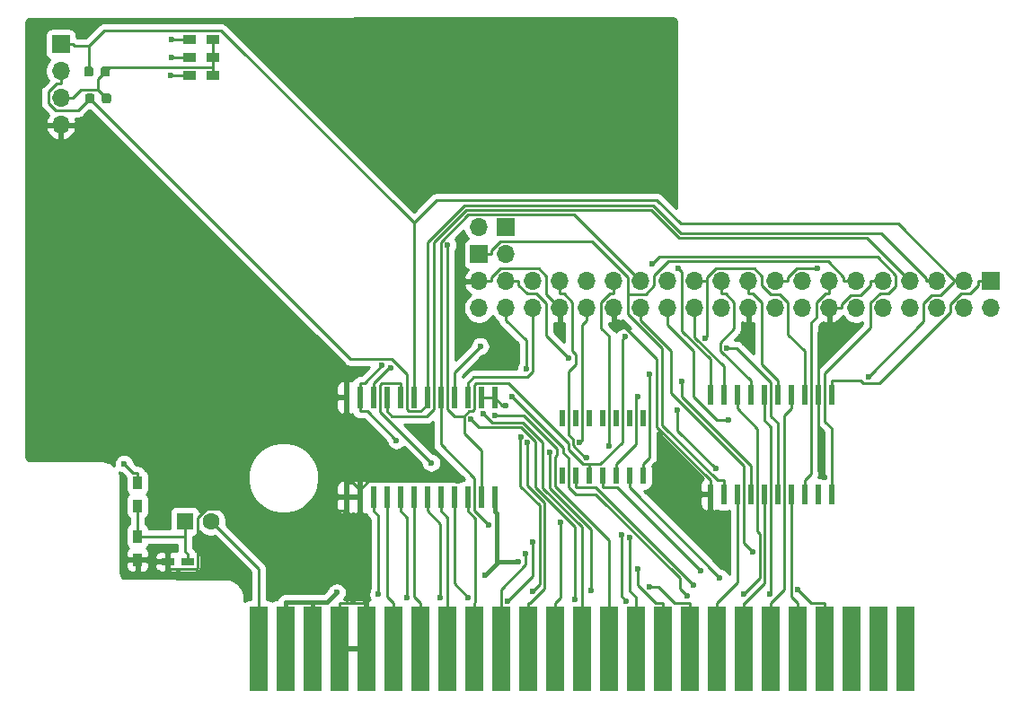
<source format=gbr>
G04 #@! TF.GenerationSoftware,KiCad,Pcbnew,5.1.6~rc1+dfsg1-1*
G04 #@! TF.CreationDate,2020-05-03T13:17:22-07:00*
G04 #@! TF.ProjectId,rpmpv1,72706d70-7631-42e6-9b69-6361645f7063,rev?*
G04 #@! TF.SameCoordinates,Original*
G04 #@! TF.FileFunction,Copper,L2,Bot*
G04 #@! TF.FilePolarity,Positive*
%FSLAX46Y46*%
G04 Gerber Fmt 4.6, Leading zero omitted, Abs format (unit mm)*
G04 Created by KiCad (PCBNEW 5.1.6~rc1+dfsg1-1) date 2020-05-03 13:17:22*
%MOMM*%
%LPD*%
G01*
G04 APERTURE LIST*
G04 #@! TA.AperFunction,ComponentPad*
%ADD10O,1.700000X1.700000*%
G04 #@! TD*
G04 #@! TA.AperFunction,ComponentPad*
%ADD11R,1.700000X1.700000*%
G04 #@! TD*
G04 #@! TA.AperFunction,SMDPad,CuDef*
%ADD12R,0.600000X2.000000*%
G04 #@! TD*
G04 #@! TA.AperFunction,SMDPad,CuDef*
%ADD13R,1.200000X0.900000*%
G04 #@! TD*
G04 #@! TA.AperFunction,SMDPad,CuDef*
%ADD14R,0.900000X1.200000*%
G04 #@! TD*
G04 #@! TA.AperFunction,SMDPad,CuDef*
%ADD15R,0.600000X1.500000*%
G04 #@! TD*
G04 #@! TA.AperFunction,SMDPad,CuDef*
%ADD16R,0.600000X1.950000*%
G04 #@! TD*
G04 #@! TA.AperFunction,SMDPad,CuDef*
%ADD17R,1.200000X0.750000*%
G04 #@! TD*
G04 #@! TA.AperFunction,ConnectorPad*
%ADD18R,1.800000X8.000000*%
G04 #@! TD*
G04 #@! TA.AperFunction,ComponentPad*
%ADD19R,1.600000X1.600000*%
G04 #@! TD*
G04 #@! TA.AperFunction,ComponentPad*
%ADD20C,1.600000*%
G04 #@! TD*
G04 #@! TA.AperFunction,ViaPad*
%ADD21C,0.600000*%
G04 #@! TD*
G04 #@! TA.AperFunction,Conductor*
%ADD22C,0.250000*%
G04 #@! TD*
G04 #@! TA.AperFunction,Conductor*
%ADD23C,0.400000*%
G04 #@! TD*
G04 #@! TA.AperFunction,Conductor*
%ADD24C,0.254000*%
G04 #@! TD*
G04 APERTURE END LIST*
D10*
X147764000Y-77673200D03*
X147764000Y-75133200D03*
X150304000Y-77673200D03*
X150304000Y-75133200D03*
X152844000Y-77673200D03*
X152844000Y-75133200D03*
X155384000Y-77673200D03*
X155384000Y-75133200D03*
X157924000Y-77673200D03*
X157924000Y-75133200D03*
X160464000Y-77673200D03*
X160464000Y-75133200D03*
X163004000Y-77673200D03*
X163004000Y-75133200D03*
X165544000Y-77673200D03*
X165544000Y-75133200D03*
X168084000Y-77673200D03*
X168084000Y-75133200D03*
X170624000Y-77673200D03*
X170624000Y-75133200D03*
X173164000Y-77673200D03*
X173164000Y-75133200D03*
X175704000Y-77673200D03*
X175704000Y-75133200D03*
X178244000Y-77673200D03*
X178244000Y-75133200D03*
X180784000Y-77673200D03*
X180784000Y-75133200D03*
X183324000Y-77673200D03*
X183324000Y-75133200D03*
X185864000Y-77673200D03*
X185864000Y-75133200D03*
X188404000Y-77673200D03*
X188404000Y-75133200D03*
X190944000Y-77673200D03*
X190944000Y-75133200D03*
X193484000Y-77673200D03*
X193484000Y-75133200D03*
X196024000Y-77673200D03*
D11*
X196024000Y-75133200D03*
D12*
X149225000Y-95505000D03*
X147955000Y-95505000D03*
X146685000Y-95505000D03*
X145415000Y-95505000D03*
X144145000Y-95505000D03*
X142875000Y-95505000D03*
X141605000Y-95505000D03*
X140335000Y-95505000D03*
X139065000Y-95505000D03*
X137795000Y-95505000D03*
X136525000Y-95505000D03*
X135255000Y-95505000D03*
X135255000Y-86105000D03*
X136525000Y-86105000D03*
X137795000Y-86105000D03*
X139065000Y-86105000D03*
X140335000Y-86105000D03*
X141605000Y-86105000D03*
X142875000Y-86105000D03*
X144145000Y-86105000D03*
X145415000Y-86105000D03*
X146685000Y-86105000D03*
X147955000Y-86105000D03*
X149225000Y-86105000D03*
D13*
X120502000Y-55753000D03*
X122702000Y-55753000D03*
D14*
X115570000Y-101430000D03*
X115570000Y-99230000D03*
D13*
X120502000Y-52324000D03*
X122702000Y-52324000D03*
D15*
X163195000Y-93505000D03*
X161925000Y-93505000D03*
X160655000Y-93505000D03*
X159385000Y-93505000D03*
X158115000Y-93505000D03*
X156845000Y-93505000D03*
X155575000Y-93505000D03*
X155575000Y-88105000D03*
X156845000Y-88105000D03*
X158115000Y-88105000D03*
X159385000Y-88105000D03*
X160655000Y-88105000D03*
X161925000Y-88105000D03*
X163195000Y-88105000D03*
D11*
X108331000Y-52768500D03*
D10*
X108331000Y-55308500D03*
X108331000Y-57848500D03*
X108331000Y-60388500D03*
D14*
X115570000Y-96350000D03*
X115570000Y-94150000D03*
D13*
X120502000Y-54038500D03*
X122702000Y-54038500D03*
D16*
X180975000Y-95252000D03*
X179705000Y-95252000D03*
X178435000Y-95252000D03*
X177165000Y-95252000D03*
X175895000Y-95252000D03*
X174625000Y-95252000D03*
X173355000Y-95252000D03*
X172085000Y-95252000D03*
X170815000Y-95252000D03*
X169545000Y-95252000D03*
X169545000Y-85852000D03*
X170815000Y-85852000D03*
X172085000Y-85852000D03*
X173355000Y-85852000D03*
X174625000Y-85852000D03*
X175895000Y-85852000D03*
X177165000Y-85852000D03*
X178435000Y-85852000D03*
X179705000Y-85852000D03*
X180975000Y-85852000D03*
D17*
X118430000Y-101600000D03*
X120330000Y-101600000D03*
D18*
X187939840Y-109827440D03*
X185399840Y-109827440D03*
X182859840Y-109827440D03*
X180319840Y-109827440D03*
X177779840Y-109827440D03*
X175239840Y-109827440D03*
X172699840Y-109827440D03*
X170159840Y-109827440D03*
X167619840Y-109827440D03*
X165079840Y-109827440D03*
X162539840Y-109827440D03*
X159999840Y-109827440D03*
X157459840Y-109827440D03*
X154919840Y-109827440D03*
X152379840Y-109827440D03*
X149839840Y-109827440D03*
X147299840Y-109827440D03*
X144759840Y-109827440D03*
X142219840Y-109827440D03*
X139679840Y-109827440D03*
X137139840Y-109827440D03*
X134599840Y-109827440D03*
X132059840Y-109827440D03*
X129519840Y-109827440D03*
X126979840Y-109827440D03*
D11*
X147760000Y-72594500D03*
D10*
X150300000Y-72594500D03*
X147760000Y-70054500D03*
D11*
X150300000Y-70054500D03*
D19*
X120015000Y-97790000D03*
D20*
X122515000Y-97790000D03*
G04 #@! TA.AperFunction,SMDPad,CuDef*
G36*
G01*
X112110000Y-55628250D02*
X112110000Y-55115750D01*
G75*
G02*
X112328750Y-54897000I218750J0D01*
G01*
X112766250Y-54897000D01*
G75*
G02*
X112985000Y-55115750I0J-218750D01*
G01*
X112985000Y-55628250D01*
G75*
G02*
X112766250Y-55847000I-218750J0D01*
G01*
X112328750Y-55847000D01*
G75*
G02*
X112110000Y-55628250I0J218750D01*
G01*
G37*
G04 #@! TD.AperFunction*
G04 #@! TA.AperFunction,SMDPad,CuDef*
G36*
G01*
X110535000Y-55628250D02*
X110535000Y-55115750D01*
G75*
G02*
X110753750Y-54897000I218750J0D01*
G01*
X111191250Y-54897000D01*
G75*
G02*
X111410000Y-55115750I0J-218750D01*
G01*
X111410000Y-55628250D01*
G75*
G02*
X111191250Y-55847000I-218750J0D01*
G01*
X110753750Y-55847000D01*
G75*
G02*
X110535000Y-55628250I0J218750D01*
G01*
G37*
G04 #@! TD.AperFunction*
G04 #@! TA.AperFunction,SMDPad,CuDef*
G36*
G01*
X110637000Y-58168250D02*
X110637000Y-57655750D01*
G75*
G02*
X110855750Y-57437000I218750J0D01*
G01*
X111293250Y-57437000D01*
G75*
G02*
X111512000Y-57655750I0J-218750D01*
G01*
X111512000Y-58168250D01*
G75*
G02*
X111293250Y-58387000I-218750J0D01*
G01*
X110855750Y-58387000D01*
G75*
G02*
X110637000Y-58168250I0J218750D01*
G01*
G37*
G04 #@! TD.AperFunction*
G04 #@! TA.AperFunction,SMDPad,CuDef*
G36*
G01*
X112212000Y-58168250D02*
X112212000Y-57655750D01*
G75*
G02*
X112430750Y-57437000I218750J0D01*
G01*
X112868250Y-57437000D01*
G75*
G02*
X113087000Y-57655750I0J-218750D01*
G01*
X113087000Y-58168250D01*
G75*
G02*
X112868250Y-58387000I-218750J0D01*
G01*
X112430750Y-58387000D01*
G75*
G02*
X112212000Y-58168250I0J218750D01*
G01*
G37*
G04 #@! TD.AperFunction*
D21*
X145806600Y-94001700D03*
X131339700Y-80111600D03*
X180340000Y-93677200D03*
X151506300Y-101582800D03*
X148314500Y-102912300D03*
X134354000Y-104515000D03*
X138614200Y-83116100D03*
X139974900Y-90155200D03*
X171298000Y-88204700D03*
X139433400Y-83344400D03*
X148686200Y-98126100D03*
X173606200Y-100686700D03*
X147870800Y-81283100D03*
X184481100Y-84154900D03*
X143257000Y-92269400D03*
X160029600Y-90728500D03*
X170452800Y-103108100D03*
X177829600Y-104253100D03*
X168640800Y-102482800D03*
X168002600Y-103854200D03*
X175214700Y-104638800D03*
X172701900Y-104660900D03*
X163786800Y-103967600D03*
X150849900Y-86052700D03*
X167370800Y-104875200D03*
X162735700Y-102329200D03*
X161974400Y-99347300D03*
X161638300Y-105306000D03*
X161174000Y-99084100D03*
X149268900Y-87846800D03*
X148140400Y-87609400D03*
X147012500Y-88175900D03*
X156822200Y-105210800D03*
X155439700Y-97872200D03*
X158307600Y-104311400D03*
X154454600Y-91271900D03*
X152305700Y-90395200D03*
X152820200Y-104386700D03*
X151698500Y-89850100D03*
X152151800Y-100882400D03*
X150473600Y-105309500D03*
X152833700Y-99749300D03*
X146738500Y-105005100D03*
X144127000Y-105042400D03*
X140976600Y-105042100D03*
X138269400Y-104707900D03*
X150312300Y-86854700D03*
X179668700Y-73944600D03*
X169109700Y-80521300D03*
X157243600Y-90380500D03*
X157904200Y-91794800D03*
X166541500Y-73923900D03*
X162706200Y-86048900D03*
X163850600Y-83944400D03*
X156211900Y-82368200D03*
X171147300Y-81441800D03*
X118727400Y-55770400D03*
X118765300Y-54053000D03*
X118767400Y-52353000D03*
X164051600Y-73527900D03*
X144789600Y-71732100D03*
X161526800Y-80391900D03*
X170071300Y-92830300D03*
X166468400Y-87301000D03*
X152199400Y-83428500D03*
X166877500Y-84569700D03*
X114307500Y-92375000D03*
D22*
X180784000Y-77673200D02*
X180784000Y-78848500D01*
X179705000Y-85852000D02*
X179705000Y-84551700D01*
X179705000Y-84551700D02*
X179705000Y-79927500D01*
X179705000Y-79927500D02*
X180784000Y-78848500D01*
X179705000Y-86502100D02*
X179705000Y-85852000D01*
X136525000Y-94842300D02*
X137365600Y-94001700D01*
X137365600Y-94001700D02*
X145806600Y-94001700D01*
X136525000Y-94842300D02*
X135862400Y-94179700D01*
X135862400Y-94179700D02*
X135255000Y-94179700D01*
X169545000Y-93951700D02*
X164499100Y-88905800D01*
X164499100Y-88905800D02*
X164499100Y-82479800D01*
X164499100Y-82479800D02*
X160867800Y-78848500D01*
X160867800Y-78848500D02*
X160464000Y-78848500D01*
X180340000Y-93677200D02*
X179705000Y-93042200D01*
X179705000Y-93042200D02*
X179705000Y-87152300D01*
X135255000Y-86105000D02*
X135255000Y-94179700D01*
X135255000Y-85442300D02*
X135255000Y-86105000D01*
X135255000Y-105502100D02*
X137139800Y-105502100D01*
X134599800Y-105502100D02*
X135255000Y-105502100D01*
X135255000Y-105502100D02*
X135255000Y-96830300D01*
X135255000Y-95505000D02*
X135255000Y-96830300D01*
X135255000Y-95505000D02*
X135255000Y-94179700D01*
X136525000Y-95505000D02*
X136525000Y-94842300D01*
X169545000Y-95252000D02*
X169545000Y-93951700D01*
X160464000Y-77673200D02*
X160464000Y-78848500D01*
X135255000Y-85442300D02*
X135255000Y-84779700D01*
X147764000Y-75133200D02*
X148939300Y-75133200D01*
X155384000Y-77673200D02*
X154114000Y-76403200D01*
X154114000Y-76403200D02*
X154114000Y-74675000D01*
X154114000Y-74675000D02*
X153396900Y-73957900D01*
X153396900Y-73957900D02*
X149747200Y-73957900D01*
X149747200Y-73957900D02*
X148939300Y-74765800D01*
X148939300Y-74765800D02*
X148939300Y-75133200D01*
X180784000Y-77673200D02*
X181959300Y-77673200D01*
X181959300Y-77673200D02*
X181959300Y-77305800D01*
X181959300Y-77305800D02*
X182767200Y-76497900D01*
X182767200Y-76497900D02*
X183691400Y-76497900D01*
X183691400Y-76497900D02*
X184688700Y-75500600D01*
X184688700Y-75500600D02*
X184688700Y-75133200D01*
X131339700Y-80111600D02*
X129229400Y-80111600D01*
X129229400Y-80111600D02*
X109506300Y-60388500D01*
X108331000Y-60388500D02*
X109506300Y-60388500D01*
X135255000Y-84779700D02*
X131339700Y-80864400D01*
X131339700Y-80864400D02*
X131339700Y-80111600D01*
X179705000Y-86502100D02*
X179705000Y-87152300D01*
X116345300Y-101430000D02*
X116515300Y-101600000D01*
X116515300Y-101600000D02*
X118430000Y-101600000D01*
X185864000Y-75133200D02*
X184688700Y-75133200D01*
X134599800Y-109827400D02*
X134599800Y-105502100D01*
X137139800Y-109827400D02*
X137139800Y-105502100D01*
X115570000Y-101430000D02*
X116345300Y-101430000D01*
X132583000Y-96652000D02*
X134108000Y-96652000D01*
X131953000Y-97282000D02*
X132583000Y-96652000D01*
X127508000Y-97282000D02*
X131953000Y-97282000D01*
X134286300Y-96830300D02*
X135255000Y-96830300D01*
X121255400Y-97451100D02*
X122054500Y-96652000D01*
X134108000Y-96652000D02*
X134286300Y-96830300D01*
X122054500Y-96652000D02*
X126878000Y-96652000D01*
X121255400Y-102184700D02*
X121255400Y-97451100D01*
X121139800Y-102300300D02*
X121255400Y-102184700D01*
X118430000Y-102300300D02*
X121139800Y-102300300D01*
X126878000Y-96652000D02*
X127508000Y-97282000D01*
X118430000Y-101600000D02*
X118430000Y-102300300D01*
D23*
X149402900Y-101582800D02*
X149402900Y-101823900D01*
X149402900Y-101823900D02*
X148314500Y-102912300D01*
X149225000Y-96905300D02*
X149402900Y-97083200D01*
X149402900Y-97083200D02*
X149402900Y-101582800D01*
X149402900Y-101582800D02*
X151506300Y-101582800D01*
X132059800Y-105427100D02*
X132059800Y-105427000D01*
X132059800Y-105427000D02*
X133442000Y-105427000D01*
X133442000Y-105427000D02*
X134354000Y-104515000D01*
X132059800Y-105577200D02*
X132059800Y-105427100D01*
X132059800Y-105427100D02*
X129519800Y-105427100D01*
X149225000Y-95505000D02*
X149225000Y-96905300D01*
X132059800Y-109827400D02*
X132059800Y-105577200D01*
X129519800Y-109827400D02*
X129519800Y-105427100D01*
D22*
X142875000Y-86767600D02*
X142212300Y-87430300D01*
X142212300Y-87430300D02*
X141167800Y-87430300D01*
X141167800Y-87430300D02*
X140970000Y-87232500D01*
X140970000Y-87232500D02*
X140970000Y-83931400D01*
X140970000Y-83931400D02*
X139529400Y-82490800D01*
X139529400Y-82490800D02*
X135653300Y-82490800D01*
X135653300Y-82490800D02*
X111074500Y-57912000D01*
X189881300Y-75133200D02*
X189881300Y-74878500D01*
X189881300Y-74878500D02*
X185638900Y-70636100D01*
X185638900Y-70636100D02*
X166803100Y-70636100D01*
X166803100Y-70636100D02*
X164144400Y-67977400D01*
X164144400Y-67977400D02*
X146386200Y-67977400D01*
X146386200Y-67977400D02*
X142875000Y-71488600D01*
X142875000Y-71488600D02*
X142875000Y-86105000D01*
X111074500Y-57912000D02*
X109943900Y-59042600D01*
X109943900Y-59042600D02*
X107834400Y-59042600D01*
X107834400Y-59042600D02*
X107155700Y-58363900D01*
X107155700Y-58363900D02*
X107155700Y-57291700D01*
X107155700Y-57291700D02*
X107963600Y-56483800D01*
X107963600Y-56483800D02*
X108331000Y-56483800D01*
X108331000Y-55308500D02*
X108331000Y-56483800D01*
X190944000Y-75133200D02*
X189881300Y-75133200D01*
X142875000Y-86436300D02*
X142875000Y-86105000D01*
X142875000Y-86436300D02*
X142875000Y-86767600D01*
X188404000Y-75133200D02*
X184357200Y-71086400D01*
X184357200Y-71086400D02*
X166616500Y-71086400D01*
X166616500Y-71086400D02*
X163957800Y-68427700D01*
X163957800Y-68427700D02*
X146572800Y-68427700D01*
X146572800Y-68427700D02*
X143519400Y-71481100D01*
X143519400Y-71481100D02*
X143519400Y-87223500D01*
X143519400Y-87223500D02*
X142814400Y-87928500D01*
X142814400Y-87928500D02*
X139563200Y-87928500D01*
X139563200Y-87928500D02*
X139065000Y-87430300D01*
X139065000Y-86105000D02*
X139065000Y-87430300D01*
X136525000Y-86105000D02*
X136525000Y-84779700D01*
X136525000Y-84779700D02*
X136950600Y-84779700D01*
X136950600Y-84779700D02*
X138614200Y-83116100D01*
X136525000Y-86767600D02*
X136525000Y-86105000D01*
X136525000Y-86767600D02*
X136525000Y-87430300D01*
X136525000Y-87430300D02*
X137250000Y-87430300D01*
X137250000Y-87430300D02*
X139974900Y-90155200D01*
X171298000Y-88204700D02*
X170161900Y-88204700D01*
X170161900Y-88204700D02*
X167980000Y-86022800D01*
X167980000Y-86022800D02*
X167980000Y-81699100D01*
X167980000Y-81699100D02*
X165544000Y-79263100D01*
X165544000Y-79263100D02*
X165544000Y-77673200D01*
X137795000Y-84779700D02*
X137835000Y-84779700D01*
X137835000Y-84779700D02*
X139270300Y-83344400D01*
X139270300Y-83344400D02*
X139433400Y-83344400D01*
X137795000Y-86105000D02*
X137795000Y-84779700D01*
X148686200Y-98126100D02*
X147320000Y-96759900D01*
X147320000Y-96759900D02*
X147320000Y-93715200D01*
X147320000Y-93715200D02*
X144145000Y-90540200D01*
X144145000Y-90540200D02*
X144145000Y-86105000D01*
X163004000Y-75133200D02*
X156748800Y-68878000D01*
X156748800Y-68878000D02*
X146759400Y-68878000D01*
X146759400Y-68878000D02*
X144145000Y-71492400D01*
X144145000Y-71492400D02*
X144145000Y-84779700D01*
X144145000Y-86105000D02*
X144145000Y-84779700D01*
X163004000Y-78848500D02*
X165850100Y-81694600D01*
X165850100Y-81694600D02*
X165850100Y-85691000D01*
X165850100Y-85691000D02*
X172720000Y-92560900D01*
X172720000Y-92560900D02*
X172720000Y-99800500D01*
X172720000Y-99800500D02*
X173606200Y-100686700D01*
X145415000Y-86105000D02*
X145415000Y-83738900D01*
X145415000Y-83738900D02*
X147870800Y-81283100D01*
X163004000Y-77673200D02*
X163004000Y-78848500D01*
X192538400Y-75133200D02*
X192538400Y-75209600D01*
X192538400Y-75209600D02*
X191250200Y-76497800D01*
X191250200Y-76497800D02*
X190418400Y-76497800D01*
X190418400Y-76497800D02*
X189674000Y-77242200D01*
X189674000Y-77242200D02*
X189674000Y-78962000D01*
X189674000Y-78962000D02*
X184481100Y-84154900D01*
X141605000Y-69651600D02*
X143762000Y-67494600D01*
X143762000Y-67494600D02*
X164523800Y-67494600D01*
X164523800Y-67494600D02*
X166764600Y-69735400D01*
X166764600Y-69735400D02*
X187238900Y-69735400D01*
X187238900Y-69735400D02*
X192538400Y-75034900D01*
X192538400Y-75034900D02*
X192538400Y-75133200D01*
X192538400Y-75133200D02*
X193015500Y-75133200D01*
X141605000Y-69651600D02*
X123468400Y-51515000D01*
X123468400Y-51515000D02*
X112403000Y-51515000D01*
X112403000Y-51515000D02*
X110972500Y-52945500D01*
X110972500Y-52945500D02*
X109683300Y-52945500D01*
X109683300Y-52945500D02*
X109506300Y-52768500D01*
X110972500Y-52945500D02*
X110972500Y-55372000D01*
X108331000Y-52768500D02*
X109506300Y-52768500D01*
X141605000Y-69651600D02*
X141605000Y-86105000D01*
X193484000Y-75133200D02*
X193015500Y-75133200D01*
X140335000Y-84779700D02*
X138624000Y-84779700D01*
X138624000Y-84779700D02*
X138439600Y-84964100D01*
X138439600Y-84964100D02*
X138439600Y-87452000D01*
X138439600Y-87452000D02*
X143257000Y-92269400D01*
X160464000Y-76308500D02*
X160096600Y-76308500D01*
X160096600Y-76308500D02*
X159288700Y-77116400D01*
X159288700Y-77116400D02*
X159288700Y-79576300D01*
X159288700Y-79576300D02*
X160029600Y-80317200D01*
X160029600Y-80317200D02*
X160029600Y-90728500D01*
X140335000Y-86105000D02*
X140335000Y-84779700D01*
X160464000Y-75133200D02*
X160464000Y-76308500D01*
X180319800Y-105502100D02*
X179078600Y-105502100D01*
X179078600Y-105502100D02*
X177829600Y-104253100D01*
X170452800Y-103108100D02*
X161925000Y-94580300D01*
X180319800Y-109827400D02*
X180319800Y-105502100D01*
X161925000Y-93505000D02*
X161925000Y-94580300D01*
X159385000Y-94580300D02*
X160738300Y-94580300D01*
X160738300Y-94580300D02*
X168640800Y-102482800D01*
X159385000Y-93505000D02*
X159385000Y-94580300D01*
X156845000Y-93505000D02*
X156845000Y-94580300D01*
X156845000Y-94580300D02*
X158728700Y-94580300D01*
X158728700Y-94580300D02*
X168002600Y-103854200D01*
X177165000Y-85852000D02*
X177165000Y-87152300D01*
X175239800Y-109827400D02*
X175239800Y-105502100D01*
X175239800Y-105502100D02*
X176539700Y-104202200D01*
X176539700Y-104202200D02*
X176539700Y-87777600D01*
X176539700Y-87777600D02*
X177165000Y-87152300D01*
X175214700Y-104638800D02*
X175263100Y-104590400D01*
X175263100Y-104590400D02*
X175263100Y-88909700D01*
X175263100Y-88909700D02*
X174625000Y-88271600D01*
X174625000Y-88271600D02*
X174625000Y-87152300D01*
X174625000Y-85852000D02*
X174625000Y-87152300D01*
X172699800Y-105502100D02*
X172807500Y-105502100D01*
X172807500Y-105502100D02*
X174688400Y-103621200D01*
X174688400Y-103621200D02*
X174688400Y-96615700D01*
X174688400Y-96615700D02*
X174625000Y-96552300D01*
X174625000Y-95252000D02*
X174625000Y-96552300D01*
X172699800Y-109827400D02*
X172699800Y-105502100D01*
X172085000Y-85852000D02*
X172085000Y-87152300D01*
X172701900Y-104660900D02*
X174238100Y-103124700D01*
X174238100Y-103124700D02*
X174238100Y-99018500D01*
X174238100Y-99018500D02*
X173999600Y-98780000D01*
X173999600Y-98780000D02*
X173999600Y-89066900D01*
X173999600Y-89066900D02*
X172085000Y-87152300D01*
X170159800Y-105502100D02*
X172085000Y-103576900D01*
X172085000Y-103576900D02*
X172085000Y-96552300D01*
X172085000Y-95252000D02*
X172085000Y-96552300D01*
X170159800Y-109827400D02*
X170159800Y-105502100D01*
X163786800Y-103967600D02*
X164673500Y-103967600D01*
X164673500Y-103967600D02*
X166208000Y-105502100D01*
X166208000Y-105502100D02*
X167619800Y-105502100D01*
X167619800Y-109827400D02*
X167619800Y-105502100D01*
X167370800Y-104875200D02*
X166674400Y-104178800D01*
X166674400Y-104178800D02*
X166674300Y-104178800D01*
X166674300Y-104178800D02*
X166674300Y-103162800D01*
X166674300Y-103162800D02*
X158786100Y-95274600D01*
X158786100Y-95274600D02*
X156894400Y-95274600D01*
X156894400Y-95274600D02*
X156219600Y-94599800D01*
X156219600Y-94599800D02*
X156219600Y-91843900D01*
X156219600Y-91843900D02*
X155671500Y-91295800D01*
X155671500Y-91295800D02*
X155671500Y-90874300D01*
X155671500Y-90874300D02*
X150849900Y-86052700D01*
X165079800Y-105502100D02*
X164393800Y-105502100D01*
X164393800Y-105502100D02*
X162735700Y-103844000D01*
X162735700Y-103844000D02*
X162735700Y-102329200D01*
X165079800Y-109827400D02*
X165079800Y-105502100D01*
X162539800Y-105502100D02*
X162539800Y-104945700D01*
X162539800Y-104945700D02*
X161974400Y-104380300D01*
X161974400Y-104380300D02*
X161974400Y-99347300D01*
X162539800Y-109827400D02*
X162539800Y-105502100D01*
X161174000Y-99084100D02*
X161174000Y-104841700D01*
X161174000Y-104841700D02*
X161638300Y-105306000D01*
X159999800Y-105502100D02*
X159999800Y-99606900D01*
X159999800Y-99606900D02*
X154904900Y-94512000D01*
X154904900Y-94512000D02*
X154904900Y-91706100D01*
X154904900Y-91706100D02*
X155080000Y-91531000D01*
X155080000Y-91531000D02*
X155080000Y-90988400D01*
X155080000Y-90988400D02*
X151938400Y-87846800D01*
X151938400Y-87846800D02*
X149268900Y-87846800D01*
X159999800Y-109827400D02*
X159999800Y-105502100D01*
X157459800Y-105502100D02*
X157459800Y-98340700D01*
X157459800Y-98340700D02*
X153787300Y-94668200D01*
X153787300Y-94668200D02*
X153787300Y-90352400D01*
X153787300Y-90352400D02*
X151911500Y-88476600D01*
X151911500Y-88476600D02*
X149007600Y-88476600D01*
X149007600Y-88476600D02*
X148140400Y-87609400D01*
X157459800Y-109827400D02*
X157459800Y-105502100D01*
X156822200Y-105210800D02*
X156822200Y-98340100D01*
X156822200Y-98340100D02*
X153074900Y-94592800D01*
X153074900Y-94592800D02*
X153074900Y-90277000D01*
X153074900Y-90277000D02*
X151729100Y-88931200D01*
X151729100Y-88931200D02*
X147767800Y-88931200D01*
X147767800Y-88931200D02*
X147012500Y-88175900D01*
X154919800Y-109827400D02*
X154919800Y-105502100D01*
X155439700Y-97872200D02*
X155439700Y-104982200D01*
X155439700Y-104982200D02*
X154919800Y-105502100D01*
X158307600Y-104311400D02*
X158307600Y-98551600D01*
X158307600Y-98551600D02*
X154454600Y-94698600D01*
X154454600Y-94698600D02*
X154454600Y-91271900D01*
X152379800Y-105502100D02*
X152589200Y-105502100D01*
X152589200Y-105502100D02*
X153917600Y-104173700D01*
X153917600Y-104173700D02*
X153917600Y-96072400D01*
X153917600Y-96072400D02*
X152305700Y-94460500D01*
X152305700Y-94460500D02*
X152305700Y-90395200D01*
X152379800Y-109827400D02*
X152379800Y-105502100D01*
X152820200Y-104386700D02*
X153459100Y-103747800D01*
X153459100Y-103747800D02*
X153459100Y-96317100D01*
X153459100Y-96317100D02*
X151620300Y-94478300D01*
X151620300Y-94478300D02*
X151620300Y-89928300D01*
X151620300Y-89928300D02*
X151698500Y-89850100D01*
X149839800Y-105502100D02*
X149839800Y-104217200D01*
X149839800Y-104217200D02*
X152151800Y-101905200D01*
X152151800Y-101905200D02*
X152151800Y-100882400D01*
X149839800Y-109827400D02*
X149839800Y-105502100D01*
X152833700Y-99749300D02*
X152833700Y-102949400D01*
X152833700Y-102949400D02*
X150473600Y-105309500D01*
X146685000Y-96830300D02*
X147376900Y-97522200D01*
X147376900Y-97522200D02*
X147376900Y-105425000D01*
X147376900Y-105425000D02*
X147299800Y-105502100D01*
X146685000Y-95505000D02*
X146685000Y-96830300D01*
X147299800Y-109827400D02*
X147299800Y-105502100D01*
X145415000Y-95505000D02*
X145415000Y-103681600D01*
X145415000Y-103681600D02*
X146738500Y-105005100D01*
X144145000Y-95505000D02*
X144145000Y-96830300D01*
X144759800Y-109827400D02*
X144759800Y-97445100D01*
X144759800Y-97445100D02*
X144145000Y-96830300D01*
X142875000Y-95505000D02*
X142875000Y-96830300D01*
X144127000Y-105042400D02*
X144127000Y-98082300D01*
X144127000Y-98082300D02*
X142875000Y-96830300D01*
X142219800Y-109827400D02*
X142219800Y-105502100D01*
X141605000Y-96830300D02*
X141605000Y-104887300D01*
X141605000Y-104887300D02*
X142219800Y-105502100D01*
X141605000Y-95505000D02*
X141605000Y-96830300D01*
X140335000Y-95505000D02*
X140335000Y-96830300D01*
X140335000Y-96830300D02*
X140976600Y-97471900D01*
X140976600Y-97471900D02*
X140976600Y-105042100D01*
X139679800Y-109827400D02*
X139679800Y-105502100D01*
X139065000Y-96830300D02*
X139065000Y-104887300D01*
X139065000Y-104887300D02*
X139679800Y-105502100D01*
X139065000Y-95505000D02*
X139065000Y-96830300D01*
X137795000Y-95505000D02*
X137795000Y-96830300D01*
X138269400Y-104707900D02*
X138269400Y-97304700D01*
X138269400Y-97304700D02*
X137795000Y-96830300D01*
X149225000Y-86105000D02*
X147955000Y-86105000D01*
X150312300Y-86854700D02*
X149974700Y-86854700D01*
X149974700Y-86854700D02*
X149225000Y-86105000D01*
X122702000Y-54038500D02*
X122702000Y-54977700D01*
X122702000Y-52324000D02*
X122702000Y-54038500D01*
X122702000Y-55753000D02*
X122702000Y-54977700D01*
X112547500Y-55372000D02*
X112941800Y-54977700D01*
X112941800Y-54977700D02*
X122702000Y-54977700D01*
X111843200Y-57105700D02*
X111843200Y-56076300D01*
X111843200Y-56076300D02*
X112547500Y-55372000D01*
X180975000Y-84551700D02*
X183689800Y-84551700D01*
X183689800Y-84551700D02*
X183941400Y-84803300D01*
X183941400Y-84803300D02*
X185490300Y-84803300D01*
X185490300Y-84803300D02*
X192214000Y-78079600D01*
X192214000Y-78079600D02*
X192214000Y-77279000D01*
X192214000Y-77279000D02*
X193184500Y-76308500D01*
X193184500Y-76308500D02*
X194040800Y-76308500D01*
X194040800Y-76308500D02*
X194848700Y-75500600D01*
X194848700Y-75500600D02*
X194848700Y-75133200D01*
X111843200Y-57105700D02*
X112649500Y-57912000D01*
X109506300Y-57848500D02*
X110249100Y-57105700D01*
X110249100Y-57105700D02*
X111843200Y-57105700D01*
X108331000Y-57848500D02*
X109506300Y-57848500D01*
X176879300Y-75133200D02*
X176879300Y-74765900D01*
X176879300Y-74765900D02*
X177700600Y-73944600D01*
X177700600Y-73944600D02*
X179668700Y-73944600D01*
X180975000Y-85852000D02*
X180975000Y-84551700D01*
X196024000Y-75133200D02*
X194848700Y-75133200D01*
X175704000Y-75133200D02*
X176879300Y-75133200D01*
X168084000Y-78848500D02*
X168084000Y-80414700D01*
X168084000Y-80414700D02*
X170815000Y-83145700D01*
X170815000Y-83145700D02*
X170815000Y-84551700D01*
X170815000Y-85852000D02*
X170815000Y-84551700D01*
X168084000Y-77673200D02*
X168084000Y-78848500D01*
X169259300Y-75133200D02*
X169259300Y-80371700D01*
X169259300Y-80371700D02*
X169109700Y-80521300D01*
X169146700Y-75133200D02*
X169259300Y-75133200D01*
X169259300Y-75133200D02*
X169259300Y-74765800D01*
X169259300Y-74765800D02*
X170067200Y-73957900D01*
X170067200Y-73957900D02*
X173738700Y-73957900D01*
X173738700Y-73957900D02*
X174434000Y-74653200D01*
X174434000Y-74653200D02*
X174434000Y-75547400D01*
X174434000Y-75547400D02*
X175256400Y-76369800D01*
X175256400Y-76369800D02*
X176101600Y-76369800D01*
X176101600Y-76369800D02*
X176879400Y-77147600D01*
X176879400Y-77147600D02*
X176879400Y-80189400D01*
X176879400Y-80189400D02*
X178435000Y-81745000D01*
X178435000Y-81745000D02*
X178435000Y-85852000D01*
X168084000Y-75133200D02*
X169146700Y-75133200D01*
X157924000Y-77673200D02*
X157924000Y-78848500D01*
X157243600Y-90380500D02*
X157470400Y-90153700D01*
X157470400Y-90153700D02*
X157470400Y-79302100D01*
X157470400Y-79302100D02*
X157924000Y-78848500D01*
X155384000Y-76308500D02*
X155751400Y-76308500D01*
X155751400Y-76308500D02*
X156559300Y-77116400D01*
X156559300Y-77116400D02*
X156559300Y-81691800D01*
X156559300Y-81691800D02*
X156889800Y-82022300D01*
X156889800Y-82022300D02*
X156889800Y-83027500D01*
X156889800Y-83027500D02*
X156219600Y-83697700D01*
X156219600Y-83697700D02*
X156219600Y-89638600D01*
X156219600Y-89638600D02*
X156618300Y-90037300D01*
X156618300Y-90037300D02*
X156618300Y-90639500D01*
X156618300Y-90639500D02*
X157773600Y-91794800D01*
X157773600Y-91794800D02*
X157904200Y-91794800D01*
X155384000Y-75133200D02*
X155384000Y-76308500D01*
X166541500Y-73923900D02*
X166865000Y-74247400D01*
X166865000Y-74247400D02*
X166865000Y-79832700D01*
X166865000Y-79832700D02*
X169545000Y-82512700D01*
X169545000Y-82512700D02*
X169545000Y-84551700D01*
X169545000Y-85852000D02*
X169545000Y-84551700D01*
X177779800Y-105502100D02*
X177165000Y-104887300D01*
X177165000Y-104887300D02*
X177165000Y-96552300D01*
X177165000Y-95252000D02*
X177165000Y-96552300D01*
X177779800Y-109827400D02*
X177779800Y-105502100D01*
X161807700Y-76350800D02*
X161807700Y-78289100D01*
X161807700Y-78289100D02*
X165015300Y-81496700D01*
X165015300Y-81496700D02*
X165015300Y-88714300D01*
X165015300Y-88714300D02*
X170252700Y-93951700D01*
X170252700Y-93951700D02*
X170815000Y-93951700D01*
X148935300Y-72594500D02*
X148935300Y-72227200D01*
X148935300Y-72227200D02*
X149790300Y-71372200D01*
X149790300Y-71372200D02*
X158403200Y-71372200D01*
X158403200Y-71372200D02*
X161807700Y-74776700D01*
X161807700Y-74776700D02*
X161807700Y-76350800D01*
X161807700Y-76350800D02*
X163487300Y-76350800D01*
X163487300Y-76350800D02*
X164274000Y-75564100D01*
X164274000Y-75564100D02*
X164274000Y-74650000D01*
X164274000Y-74650000D02*
X165629000Y-73295000D01*
X165629000Y-73295000D02*
X180677800Y-73295000D01*
X180677800Y-73295000D02*
X182148700Y-74765900D01*
X182148700Y-74765900D02*
X182148700Y-75133200D01*
X183324000Y-75133200D02*
X182148700Y-75133200D01*
X170815000Y-95252000D02*
X170815000Y-93951700D01*
X147760000Y-72594500D02*
X148935300Y-72594500D01*
X180784000Y-76308500D02*
X180416600Y-76308500D01*
X180416600Y-76308500D02*
X179608700Y-77116400D01*
X179608700Y-77116400D02*
X179608700Y-78524700D01*
X179608700Y-78524700D02*
X179060300Y-79073100D01*
X179060300Y-79073100D02*
X179060300Y-93326400D01*
X179060300Y-93326400D02*
X178435000Y-93951700D01*
X180784000Y-75133200D02*
X180784000Y-76308500D01*
X178435000Y-95252000D02*
X178435000Y-93951700D01*
X160655000Y-92429700D02*
X162550400Y-90534300D01*
X162550400Y-90534300D02*
X162550400Y-86204700D01*
X162550400Y-86204700D02*
X162706200Y-86048900D01*
X160655000Y-93505000D02*
X160655000Y-92429700D01*
X163195000Y-92429700D02*
X163850600Y-91774100D01*
X163850600Y-91774100D02*
X163850600Y-83944400D01*
X163195000Y-93505000D02*
X163195000Y-92429700D01*
X150304000Y-75133200D02*
X151479300Y-75133200D01*
X175895000Y-95252000D02*
X175895000Y-88503900D01*
X175895000Y-88503900D02*
X175258000Y-87866900D01*
X175258000Y-87866900D02*
X175258000Y-84680700D01*
X175258000Y-84680700D02*
X172019100Y-81441800D01*
X172019100Y-81441800D02*
X171147300Y-81441800D01*
X151479300Y-75133200D02*
X151479300Y-75500600D01*
X151479300Y-75500600D02*
X152287200Y-76308500D01*
X152287200Y-76308500D02*
X153158700Y-76308500D01*
X153158700Y-76308500D02*
X154114000Y-77263800D01*
X154114000Y-77263800D02*
X154114000Y-80270300D01*
X154114000Y-80270300D02*
X156211900Y-82368200D01*
X122515000Y-97790000D02*
X126979800Y-102254800D01*
X126979800Y-102254800D02*
X126979800Y-109827400D01*
X120502000Y-55753000D02*
X119576700Y-55753000D01*
X118727400Y-55770400D02*
X119559300Y-55770400D01*
X119559300Y-55770400D02*
X119576700Y-55753000D01*
X119576700Y-54038500D02*
X118779800Y-54038500D01*
X118779800Y-54038500D02*
X118765300Y-54053000D01*
X120502000Y-54038500D02*
X119576700Y-54038500D01*
X120502000Y-52324000D02*
X119576700Y-52324000D01*
X119576700Y-52324000D02*
X119547700Y-52353000D01*
X119547700Y-52353000D02*
X118767400Y-52353000D01*
X146685000Y-86105000D02*
X146685000Y-84779700D01*
X152844000Y-77673200D02*
X152844000Y-78848500D01*
X152844000Y-78848500D02*
X152844000Y-83683700D01*
X152844000Y-83683700D02*
X152333600Y-84194100D01*
X152333600Y-84194100D02*
X147270600Y-84194100D01*
X147270600Y-84194100D02*
X146685000Y-84779700D01*
X180975000Y-95252000D02*
X180975000Y-89004200D01*
X180975000Y-89004200D02*
X180340000Y-88369200D01*
X180340000Y-88369200D02*
X180340000Y-83828200D01*
X180340000Y-83828200D02*
X184688700Y-79479500D01*
X184688700Y-79479500D02*
X184688700Y-77184300D01*
X184688700Y-77184300D02*
X185564400Y-76308600D01*
X185564400Y-76308600D02*
X186389600Y-76308600D01*
X186389600Y-76308600D02*
X187046200Y-75652000D01*
X187046200Y-75652000D02*
X187046200Y-74572700D01*
X187046200Y-74572700D02*
X185318100Y-72844600D01*
X185318100Y-72844600D02*
X164734900Y-72844600D01*
X164734900Y-72844600D02*
X164051600Y-73527900D01*
X146358900Y-87905800D02*
X146834400Y-87430300D01*
X146834400Y-87430300D02*
X147119800Y-87430300D01*
X147119800Y-87430300D02*
X147310300Y-87239800D01*
X147310300Y-87239800D02*
X147310300Y-84971600D01*
X147310300Y-84971600D02*
X147512800Y-84769100D01*
X147512800Y-84769100D02*
X150493900Y-84769100D01*
X150493900Y-84769100D02*
X156168000Y-90443200D01*
X156168000Y-90443200D02*
X156168000Y-91000500D01*
X156168000Y-91000500D02*
X157597200Y-92429700D01*
X157597200Y-92429700D02*
X158115000Y-92429700D01*
X158115000Y-92429700D02*
X159212800Y-92429700D01*
X159212800Y-92429700D02*
X161280400Y-90362100D01*
X161280400Y-90362100D02*
X161280400Y-80638300D01*
X161280400Y-80638300D02*
X161526800Y-80391900D01*
X146358900Y-87905800D02*
X145446300Y-87905800D01*
X145446300Y-87905800D02*
X144789600Y-87249100D01*
X144789600Y-87249100D02*
X144789600Y-71732100D01*
X147955000Y-95505000D02*
X147955000Y-91134800D01*
X147955000Y-91134800D02*
X146358900Y-89538700D01*
X146358900Y-89538700D02*
X146358900Y-87905800D01*
X158115000Y-93505000D02*
X158115000Y-92429700D01*
X170071300Y-92830300D02*
X166468400Y-89227400D01*
X166468400Y-89227400D02*
X166468400Y-87301000D01*
X115570000Y-96350000D02*
X115570000Y-99230000D01*
X120015000Y-99230000D02*
X120015000Y-100584700D01*
X120015000Y-100584700D02*
X120330000Y-100899700D01*
X120015000Y-97790000D02*
X120015000Y-99230000D01*
X120015000Y-99230000D02*
X116345300Y-99230000D01*
X115570000Y-99230000D02*
X116345300Y-99230000D01*
X120330000Y-101600000D02*
X120330000Y-100899700D01*
X173164000Y-76308500D02*
X173531400Y-76308500D01*
X173531400Y-76308500D02*
X174373900Y-77151000D01*
X174373900Y-77151000D02*
X174373900Y-83030600D01*
X174373900Y-83030600D02*
X175895000Y-84551700D01*
X175895000Y-85852000D02*
X175895000Y-84551700D01*
X173164000Y-75133200D02*
X173164000Y-76308500D01*
X170624000Y-75133200D02*
X170624000Y-76308500D01*
X173355000Y-85852000D02*
X173355000Y-84551700D01*
X173355000Y-84551700D02*
X170482900Y-81679600D01*
X170482900Y-81679600D02*
X170482900Y-80958200D01*
X170482900Y-80958200D02*
X171799300Y-79641800D01*
X171799300Y-79641800D02*
X171799300Y-77116400D01*
X171799300Y-77116400D02*
X170991400Y-76308500D01*
X170991400Y-76308500D02*
X170624000Y-76308500D01*
X150304000Y-77673200D02*
X150304000Y-78848500D01*
X152199400Y-83428500D02*
X152199400Y-80743900D01*
X152199400Y-80743900D02*
X150304000Y-78848500D01*
X173355000Y-95252000D02*
X173355000Y-92559000D01*
X173355000Y-92559000D02*
X166877500Y-86081500D01*
X166877500Y-86081500D02*
X166877500Y-84569700D01*
X115570000Y-94150000D02*
X115570000Y-93224700D01*
X114307500Y-92375000D02*
X115157200Y-93224700D01*
X115157200Y-93224700D02*
X115570000Y-93224700D01*
D24*
G36*
X166040446Y-50328587D02*
G01*
X166120704Y-50352819D01*
X166194733Y-50392180D01*
X166259705Y-50445170D01*
X166313150Y-50509773D01*
X166353028Y-50583526D01*
X166377821Y-50663618D01*
X166390001Y-50779507D01*
X166390000Y-68220806D01*
X166389619Y-68257077D01*
X166392354Y-68288353D01*
X165087604Y-66983603D01*
X165063801Y-66954599D01*
X164948076Y-66859626D01*
X164816047Y-66789054D01*
X164672786Y-66745597D01*
X164561133Y-66734600D01*
X164561122Y-66734600D01*
X164523800Y-66730924D01*
X164486478Y-66734600D01*
X143799325Y-66734600D01*
X143762000Y-66730924D01*
X143724675Y-66734600D01*
X143724667Y-66734600D01*
X143613014Y-66745597D01*
X143469753Y-66789054D01*
X143337724Y-66859626D01*
X143221999Y-66954599D01*
X143198201Y-66983597D01*
X141605000Y-68576798D01*
X124032204Y-51004003D01*
X124008401Y-50974999D01*
X123892676Y-50880026D01*
X123760647Y-50809454D01*
X123617386Y-50765997D01*
X123505733Y-50755000D01*
X123505722Y-50755000D01*
X123468400Y-50751324D01*
X123431078Y-50755000D01*
X112440333Y-50755000D01*
X112403000Y-50751323D01*
X112365667Y-50755000D01*
X112254014Y-50765997D01*
X112110753Y-50809454D01*
X111978724Y-50880026D01*
X111862999Y-50974999D01*
X111839201Y-51003997D01*
X110657699Y-52185500D01*
X109993907Y-52185500D01*
X109930576Y-52133526D01*
X109819072Y-52073925D01*
X109819072Y-51918500D01*
X109806812Y-51794018D01*
X109770502Y-51674320D01*
X109711537Y-51564006D01*
X109632185Y-51467315D01*
X109535494Y-51387963D01*
X109425180Y-51328998D01*
X109305482Y-51292688D01*
X109181000Y-51280428D01*
X107481000Y-51280428D01*
X107356518Y-51292688D01*
X107236820Y-51328998D01*
X107126506Y-51387963D01*
X107029815Y-51467315D01*
X106950463Y-51564006D01*
X106891498Y-51674320D01*
X106855188Y-51794018D01*
X106842928Y-51918500D01*
X106842928Y-53618500D01*
X106855188Y-53742982D01*
X106891498Y-53862680D01*
X106950463Y-53972994D01*
X107029815Y-54069685D01*
X107126506Y-54149037D01*
X107236820Y-54208002D01*
X107309380Y-54230013D01*
X107177525Y-54361868D01*
X107015010Y-54605089D01*
X106903068Y-54875342D01*
X106846000Y-55162240D01*
X106846000Y-55454760D01*
X106903068Y-55741658D01*
X107015010Y-56011911D01*
X107153469Y-56219129D01*
X106644698Y-56727901D01*
X106615700Y-56751699D01*
X106591902Y-56780697D01*
X106591901Y-56780698D01*
X106520726Y-56867424D01*
X106450154Y-56999454D01*
X106442769Y-57023801D01*
X106406698Y-57142714D01*
X106404700Y-57162998D01*
X106392024Y-57291700D01*
X106395701Y-57329032D01*
X106395700Y-58326577D01*
X106392024Y-58363900D01*
X106395700Y-58401222D01*
X106395700Y-58401232D01*
X106406697Y-58512885D01*
X106435701Y-58608500D01*
X106450154Y-58656146D01*
X106520726Y-58788176D01*
X106526435Y-58795132D01*
X106615699Y-58903901D01*
X106644702Y-58927703D01*
X107178649Y-59461651D01*
X107059359Y-59621580D01*
X106934175Y-59884401D01*
X106889524Y-60031610D01*
X107010845Y-60261500D01*
X108204000Y-60261500D01*
X108204000Y-60241500D01*
X108458000Y-60241500D01*
X108458000Y-60261500D01*
X109651155Y-60261500D01*
X109772476Y-60031610D01*
X109727825Y-59884401D01*
X109688862Y-59802600D01*
X109906578Y-59802600D01*
X109943900Y-59806276D01*
X109981222Y-59802600D01*
X109981233Y-59802600D01*
X110092886Y-59791603D01*
X110236147Y-59748146D01*
X110368176Y-59677574D01*
X110483901Y-59582601D01*
X110507704Y-59553598D01*
X111036229Y-59025072D01*
X111112771Y-59025072D01*
X135089500Y-83001802D01*
X135113299Y-83030801D01*
X135229024Y-83125774D01*
X135361053Y-83196346D01*
X135504314Y-83239803D01*
X135615967Y-83250800D01*
X135615976Y-83250800D01*
X135653299Y-83254476D01*
X135690622Y-83250800D01*
X137404698Y-83250800D01*
X136635799Y-84019700D01*
X136562333Y-84019700D01*
X136525000Y-84016023D01*
X136487667Y-84019700D01*
X136376014Y-84030697D01*
X136232753Y-84074154D01*
X136100724Y-84144726D01*
X135984999Y-84239699D01*
X135890026Y-84355424D01*
X135819454Y-84487453D01*
X135809305Y-84520910D01*
X135799180Y-84515498D01*
X135679482Y-84479188D01*
X135555000Y-84466928D01*
X135540750Y-84470000D01*
X135382000Y-84628750D01*
X135382000Y-85978000D01*
X135402000Y-85978000D01*
X135402000Y-86232000D01*
X135382000Y-86232000D01*
X135382000Y-87581250D01*
X135540750Y-87740000D01*
X135555000Y-87743072D01*
X135679482Y-87730812D01*
X135799180Y-87694502D01*
X135809305Y-87689090D01*
X135819454Y-87722547D01*
X135890026Y-87854576D01*
X135984999Y-87970301D01*
X136100724Y-88065274D01*
X136232753Y-88135846D01*
X136376014Y-88179303D01*
X136487667Y-88190300D01*
X136525000Y-88193977D01*
X136562333Y-88190300D01*
X136935199Y-88190300D01*
X139051747Y-90306849D01*
X139075832Y-90427929D01*
X139146314Y-90598089D01*
X139248638Y-90751228D01*
X139378872Y-90881462D01*
X139532011Y-90983786D01*
X139702171Y-91054268D01*
X139882811Y-91090200D01*
X140066989Y-91090200D01*
X140247629Y-91054268D01*
X140417789Y-90983786D01*
X140570928Y-90881462D01*
X140682594Y-90769796D01*
X142333848Y-92421051D01*
X142357932Y-92542129D01*
X142428414Y-92712289D01*
X142530738Y-92865428D01*
X142660972Y-92995662D01*
X142814111Y-93097986D01*
X142984271Y-93168468D01*
X143164911Y-93204400D01*
X143349089Y-93204400D01*
X143529729Y-93168468D01*
X143699889Y-93097986D01*
X143853028Y-92995662D01*
X143983262Y-92865428D01*
X144085586Y-92712289D01*
X144156068Y-92542129D01*
X144192000Y-92361489D01*
X144192000Y-92177311D01*
X144156068Y-91996671D01*
X144085586Y-91826511D01*
X143983262Y-91673372D01*
X143853028Y-91543138D01*
X143699889Y-91440814D01*
X143529729Y-91370332D01*
X143408651Y-91346248D01*
X140750902Y-88688500D01*
X142777078Y-88688500D01*
X142814400Y-88692176D01*
X142851722Y-88688500D01*
X142851733Y-88688500D01*
X142963386Y-88677503D01*
X143106647Y-88634046D01*
X143238676Y-88563474D01*
X143354401Y-88468501D01*
X143378203Y-88439498D01*
X143385000Y-88432701D01*
X143385000Y-90502877D01*
X143381324Y-90540200D01*
X143385000Y-90577522D01*
X143385000Y-90577532D01*
X143395997Y-90689185D01*
X143426119Y-90788485D01*
X143439454Y-90832446D01*
X143510026Y-90964476D01*
X143539635Y-91000554D01*
X143604999Y-91080201D01*
X143634003Y-91104004D01*
X146396926Y-93866928D01*
X146385000Y-93866928D01*
X146260518Y-93879188D01*
X146140820Y-93915498D01*
X146050000Y-93964043D01*
X145959180Y-93915498D01*
X145839482Y-93879188D01*
X145715000Y-93866928D01*
X145115000Y-93866928D01*
X144990518Y-93879188D01*
X144870820Y-93915498D01*
X144780000Y-93964043D01*
X144689180Y-93915498D01*
X144569482Y-93879188D01*
X144445000Y-93866928D01*
X143845000Y-93866928D01*
X143720518Y-93879188D01*
X143600820Y-93915498D01*
X143510000Y-93964043D01*
X143419180Y-93915498D01*
X143299482Y-93879188D01*
X143175000Y-93866928D01*
X142575000Y-93866928D01*
X142450518Y-93879188D01*
X142330820Y-93915498D01*
X142240000Y-93964043D01*
X142149180Y-93915498D01*
X142029482Y-93879188D01*
X141905000Y-93866928D01*
X141305000Y-93866928D01*
X141180518Y-93879188D01*
X141060820Y-93915498D01*
X140970000Y-93964043D01*
X140879180Y-93915498D01*
X140759482Y-93879188D01*
X140635000Y-93866928D01*
X140035000Y-93866928D01*
X139910518Y-93879188D01*
X139790820Y-93915498D01*
X139700000Y-93964043D01*
X139609180Y-93915498D01*
X139489482Y-93879188D01*
X139365000Y-93866928D01*
X138765000Y-93866928D01*
X138640518Y-93879188D01*
X138520820Y-93915498D01*
X138430000Y-93964043D01*
X138339180Y-93915498D01*
X138219482Y-93879188D01*
X138095000Y-93866928D01*
X137495000Y-93866928D01*
X137370518Y-93879188D01*
X137250820Y-93915498D01*
X137160000Y-93964043D01*
X137069180Y-93915498D01*
X136949482Y-93879188D01*
X136825000Y-93866928D01*
X136810750Y-93870000D01*
X136652000Y-94028750D01*
X136652000Y-95378000D01*
X136672000Y-95378000D01*
X136672000Y-95632000D01*
X136652000Y-95632000D01*
X136652000Y-96981250D01*
X136810750Y-97140000D01*
X136825000Y-97143072D01*
X136949482Y-97130812D01*
X137069180Y-97094502D01*
X137079306Y-97089090D01*
X137089454Y-97122546D01*
X137160026Y-97254576D01*
X137231201Y-97341302D01*
X137255000Y-97370301D01*
X137283998Y-97394099D01*
X137509401Y-97619502D01*
X137509400Y-104162364D01*
X137440814Y-104265011D01*
X137370332Y-104435171D01*
X137334400Y-104615811D01*
X137334400Y-104799989D01*
X137370332Y-104980629D01*
X137440814Y-105150789D01*
X137468501Y-105192225D01*
X137425590Y-105192440D01*
X137266840Y-105351190D01*
X137266840Y-109700440D01*
X137286840Y-109700440D01*
X137286840Y-109954440D01*
X137266840Y-109954440D01*
X137266840Y-109974440D01*
X137012840Y-109974440D01*
X137012840Y-109954440D01*
X134726840Y-109954440D01*
X134726840Y-109974440D01*
X134472840Y-109974440D01*
X134472840Y-109954440D01*
X134452840Y-109954440D01*
X134452840Y-109700440D01*
X134472840Y-109700440D01*
X134472840Y-109680440D01*
X134726840Y-109680440D01*
X134726840Y-109700440D01*
X137012840Y-109700440D01*
X137012840Y-105351190D01*
X136854090Y-105192440D01*
X136239840Y-105189368D01*
X136115358Y-105201628D01*
X135995660Y-105237938D01*
X135885346Y-105296903D01*
X135869840Y-105309628D01*
X135854334Y-105296903D01*
X135744020Y-105237938D01*
X135624322Y-105201628D01*
X135499840Y-105189368D01*
X134999419Y-105191871D01*
X135080262Y-105111028D01*
X135182586Y-104957889D01*
X135253068Y-104787729D01*
X135289000Y-104607089D01*
X135289000Y-104422911D01*
X135253068Y-104242271D01*
X135182586Y-104072111D01*
X135080262Y-103918972D01*
X134950028Y-103788738D01*
X134796889Y-103686414D01*
X134626729Y-103615932D01*
X134446089Y-103580000D01*
X134261911Y-103580000D01*
X134081271Y-103615932D01*
X133911111Y-103686414D01*
X133757972Y-103788738D01*
X133627738Y-103918972D01*
X133525414Y-104072111D01*
X133461346Y-104226785D01*
X133096132Y-104592000D01*
X132100819Y-104592000D01*
X132059800Y-104587960D01*
X132018782Y-104592000D01*
X132018781Y-104592000D01*
X132017766Y-104592100D01*
X129560819Y-104592100D01*
X129519800Y-104588060D01*
X129478782Y-104592100D01*
X129478781Y-104592100D01*
X129356111Y-104604182D01*
X129198713Y-104651928D01*
X129053654Y-104729464D01*
X128926509Y-104833809D01*
X128822164Y-104960954D01*
X128744628Y-105106013D01*
X128719343Y-105189368D01*
X128619840Y-105189368D01*
X128495358Y-105201628D01*
X128375660Y-105237938D01*
X128265346Y-105296903D01*
X128249840Y-105309628D01*
X128234334Y-105296903D01*
X128124020Y-105237938D01*
X128004322Y-105201628D01*
X127879840Y-105189368D01*
X127739800Y-105189368D01*
X127739800Y-102292125D01*
X127743476Y-102254800D01*
X127739800Y-102217475D01*
X127739800Y-102217467D01*
X127728803Y-102105814D01*
X127685346Y-101962553D01*
X127614774Y-101830524D01*
X127519801Y-101714799D01*
X127490804Y-101691002D01*
X123913688Y-98113887D01*
X123950000Y-97931335D01*
X123950000Y-97648665D01*
X123894853Y-97371426D01*
X123786680Y-97110273D01*
X123629637Y-96875241D01*
X123429759Y-96675363D01*
X123194727Y-96518320D01*
X122933574Y-96410147D01*
X122656335Y-96355000D01*
X122373665Y-96355000D01*
X122096426Y-96410147D01*
X121835273Y-96518320D01*
X121600241Y-96675363D01*
X121433661Y-96841943D01*
X121404502Y-96745820D01*
X121345537Y-96635506D01*
X121266185Y-96538815D01*
X121169494Y-96459463D01*
X121059180Y-96400498D01*
X120939482Y-96364188D01*
X120815000Y-96351928D01*
X119215000Y-96351928D01*
X119090518Y-96364188D01*
X118970820Y-96400498D01*
X118860506Y-96459463D01*
X118763815Y-96538815D01*
X118684463Y-96635506D01*
X118625498Y-96745820D01*
X118589188Y-96865518D01*
X118576928Y-96990000D01*
X118576928Y-98470000D01*
X116635038Y-98470000D01*
X116609502Y-98385820D01*
X116550537Y-98275506D01*
X116471185Y-98178815D01*
X116374494Y-98099463D01*
X116330000Y-98075680D01*
X116330000Y-97504320D01*
X116374494Y-97480537D01*
X116471185Y-97401185D01*
X116550537Y-97304494D01*
X116609502Y-97194180D01*
X116645812Y-97074482D01*
X116658072Y-96950000D01*
X116658072Y-95750000D01*
X116645812Y-95625518D01*
X116609502Y-95505820D01*
X116550537Y-95395506D01*
X116471185Y-95298815D01*
X116411704Y-95250000D01*
X116471185Y-95201185D01*
X116550537Y-95104494D01*
X116609502Y-94994180D01*
X116645812Y-94874482D01*
X116658072Y-94750000D01*
X116658072Y-93550000D01*
X116645812Y-93425518D01*
X116626822Y-93362915D01*
X125947260Y-93362915D01*
X125947260Y-94028125D01*
X126077036Y-94680555D01*
X126331601Y-95295129D01*
X126701173Y-95848232D01*
X127171548Y-96318607D01*
X127724651Y-96688179D01*
X128339225Y-96942744D01*
X128991655Y-97072520D01*
X129656865Y-97072520D01*
X130309295Y-96942744D01*
X130923869Y-96688179D01*
X131198015Y-96505000D01*
X134316928Y-96505000D01*
X134329188Y-96629482D01*
X134365498Y-96749180D01*
X134424463Y-96859494D01*
X134503815Y-96956185D01*
X134600506Y-97035537D01*
X134710820Y-97094502D01*
X134830518Y-97130812D01*
X134955000Y-97143072D01*
X134969250Y-97140000D01*
X135128000Y-96981250D01*
X135128000Y-95632000D01*
X135382000Y-95632000D01*
X135382000Y-96981250D01*
X135540750Y-97140000D01*
X135555000Y-97143072D01*
X135679482Y-97130812D01*
X135799180Y-97094502D01*
X135890000Y-97045957D01*
X135980820Y-97094502D01*
X136100518Y-97130812D01*
X136225000Y-97143072D01*
X136239250Y-97140000D01*
X136398000Y-96981250D01*
X136398000Y-95632000D01*
X135382000Y-95632000D01*
X135128000Y-95632000D01*
X134478750Y-95632000D01*
X134320000Y-95790750D01*
X134316928Y-96505000D01*
X131198015Y-96505000D01*
X131476972Y-96318607D01*
X131947347Y-95848232D01*
X132316919Y-95295129D01*
X132571484Y-94680555D01*
X132606403Y-94505000D01*
X134316928Y-94505000D01*
X134320000Y-95219250D01*
X134478750Y-95378000D01*
X135128000Y-95378000D01*
X135128000Y-94028750D01*
X135382000Y-94028750D01*
X135382000Y-95378000D01*
X136398000Y-95378000D01*
X136398000Y-94028750D01*
X136239250Y-93870000D01*
X136225000Y-93866928D01*
X136100518Y-93879188D01*
X135980820Y-93915498D01*
X135890000Y-93964043D01*
X135799180Y-93915498D01*
X135679482Y-93879188D01*
X135555000Y-93866928D01*
X135540750Y-93870000D01*
X135382000Y-94028750D01*
X135128000Y-94028750D01*
X134969250Y-93870000D01*
X134955000Y-93866928D01*
X134830518Y-93879188D01*
X134710820Y-93915498D01*
X134600506Y-93974463D01*
X134503815Y-94053815D01*
X134424463Y-94150506D01*
X134365498Y-94260820D01*
X134329188Y-94380518D01*
X134316928Y-94505000D01*
X132606403Y-94505000D01*
X132701260Y-94028125D01*
X132701260Y-93362915D01*
X132571484Y-92710485D01*
X132316919Y-92095911D01*
X131947347Y-91542808D01*
X131476972Y-91072433D01*
X130923869Y-90702861D01*
X130309295Y-90448296D01*
X129656865Y-90318520D01*
X128991655Y-90318520D01*
X128339225Y-90448296D01*
X127724651Y-90702861D01*
X127171548Y-91072433D01*
X126701173Y-91542808D01*
X126331601Y-92095911D01*
X126077036Y-92710485D01*
X125947260Y-93362915D01*
X116626822Y-93362915D01*
X116609502Y-93305820D01*
X116550537Y-93195506D01*
X116471185Y-93098815D01*
X116374494Y-93019463D01*
X116287899Y-92973176D01*
X116275546Y-92932453D01*
X116204974Y-92800424D01*
X116110001Y-92684699D01*
X115994276Y-92589726D01*
X115862247Y-92519154D01*
X115718986Y-92475697D01*
X115658870Y-92469776D01*
X115607333Y-92464700D01*
X115570000Y-92461023D01*
X115532667Y-92464700D01*
X115472002Y-92464700D01*
X115230653Y-92223351D01*
X115206568Y-92102271D01*
X115136086Y-91932111D01*
X115033762Y-91778972D01*
X114903528Y-91648738D01*
X114750389Y-91546414D01*
X114580229Y-91475932D01*
X114399589Y-91440000D01*
X114215411Y-91440000D01*
X114034771Y-91475932D01*
X113864611Y-91546414D01*
X113711472Y-91648738D01*
X113581238Y-91778972D01*
X113478914Y-91932111D01*
X113408432Y-92102271D01*
X113372500Y-92282911D01*
X113372500Y-92467089D01*
X113389049Y-92550284D01*
X113222269Y-92414261D01*
X113168657Y-92378641D01*
X113115570Y-92342292D01*
X113106850Y-92337577D01*
X112909886Y-92232850D01*
X112850388Y-92208327D01*
X112791247Y-92182979D01*
X112781777Y-92180048D01*
X112568224Y-92115572D01*
X112505156Y-92103084D01*
X112442152Y-92089692D01*
X112432293Y-92088656D01*
X112210283Y-92066888D01*
X112210277Y-92066888D01*
X112175877Y-92063500D01*
X105508229Y-92063500D01*
X105390054Y-92051913D01*
X105309797Y-92027682D01*
X105235766Y-91988319D01*
X105170792Y-91935327D01*
X105117348Y-91870725D01*
X105077471Y-91796973D01*
X105052679Y-91716883D01*
X105040500Y-91601003D01*
X105040500Y-87105000D01*
X134316928Y-87105000D01*
X134329188Y-87229482D01*
X134365498Y-87349180D01*
X134424463Y-87459494D01*
X134503815Y-87556185D01*
X134600506Y-87635537D01*
X134710820Y-87694502D01*
X134830518Y-87730812D01*
X134955000Y-87743072D01*
X134969250Y-87740000D01*
X135128000Y-87581250D01*
X135128000Y-86232000D01*
X134478750Y-86232000D01*
X134320000Y-86390750D01*
X134316928Y-87105000D01*
X105040500Y-87105000D01*
X105040500Y-85105000D01*
X134316928Y-85105000D01*
X134320000Y-85819250D01*
X134478750Y-85978000D01*
X135128000Y-85978000D01*
X135128000Y-84628750D01*
X134969250Y-84470000D01*
X134955000Y-84466928D01*
X134830518Y-84479188D01*
X134710820Y-84515498D01*
X134600506Y-84574463D01*
X134503815Y-84653815D01*
X134424463Y-84750506D01*
X134365498Y-84860820D01*
X134329188Y-84980518D01*
X134316928Y-85105000D01*
X105040500Y-85105000D01*
X105040500Y-60745390D01*
X106889524Y-60745390D01*
X106934175Y-60892599D01*
X107059359Y-61155420D01*
X107233412Y-61388769D01*
X107449645Y-61583678D01*
X107699748Y-61732657D01*
X107974109Y-61829981D01*
X108204000Y-61709314D01*
X108204000Y-60515500D01*
X108458000Y-60515500D01*
X108458000Y-61709314D01*
X108687891Y-61829981D01*
X108962252Y-61732657D01*
X109212355Y-61583678D01*
X109428588Y-61388769D01*
X109602641Y-61155420D01*
X109727825Y-60892599D01*
X109772476Y-60745390D01*
X109651155Y-60515500D01*
X108458000Y-60515500D01*
X108204000Y-60515500D01*
X107010845Y-60515500D01*
X106889524Y-60745390D01*
X105040500Y-60745390D01*
X105040500Y-50834729D01*
X105052087Y-50716554D01*
X105076319Y-50636296D01*
X105115680Y-50562267D01*
X105168670Y-50497295D01*
X105233273Y-50443850D01*
X105307026Y-50403972D01*
X105387118Y-50379179D01*
X105503234Y-50366975D01*
X165922554Y-50317028D01*
X166040446Y-50328587D01*
G37*
X166040446Y-50328587D02*
X166120704Y-50352819D01*
X166194733Y-50392180D01*
X166259705Y-50445170D01*
X166313150Y-50509773D01*
X166353028Y-50583526D01*
X166377821Y-50663618D01*
X166390001Y-50779507D01*
X166390000Y-68220806D01*
X166389619Y-68257077D01*
X166392354Y-68288353D01*
X165087604Y-66983603D01*
X165063801Y-66954599D01*
X164948076Y-66859626D01*
X164816047Y-66789054D01*
X164672786Y-66745597D01*
X164561133Y-66734600D01*
X164561122Y-66734600D01*
X164523800Y-66730924D01*
X164486478Y-66734600D01*
X143799325Y-66734600D01*
X143762000Y-66730924D01*
X143724675Y-66734600D01*
X143724667Y-66734600D01*
X143613014Y-66745597D01*
X143469753Y-66789054D01*
X143337724Y-66859626D01*
X143221999Y-66954599D01*
X143198201Y-66983597D01*
X141605000Y-68576798D01*
X124032204Y-51004003D01*
X124008401Y-50974999D01*
X123892676Y-50880026D01*
X123760647Y-50809454D01*
X123617386Y-50765997D01*
X123505733Y-50755000D01*
X123505722Y-50755000D01*
X123468400Y-50751324D01*
X123431078Y-50755000D01*
X112440333Y-50755000D01*
X112403000Y-50751323D01*
X112365667Y-50755000D01*
X112254014Y-50765997D01*
X112110753Y-50809454D01*
X111978724Y-50880026D01*
X111862999Y-50974999D01*
X111839201Y-51003997D01*
X110657699Y-52185500D01*
X109993907Y-52185500D01*
X109930576Y-52133526D01*
X109819072Y-52073925D01*
X109819072Y-51918500D01*
X109806812Y-51794018D01*
X109770502Y-51674320D01*
X109711537Y-51564006D01*
X109632185Y-51467315D01*
X109535494Y-51387963D01*
X109425180Y-51328998D01*
X109305482Y-51292688D01*
X109181000Y-51280428D01*
X107481000Y-51280428D01*
X107356518Y-51292688D01*
X107236820Y-51328998D01*
X107126506Y-51387963D01*
X107029815Y-51467315D01*
X106950463Y-51564006D01*
X106891498Y-51674320D01*
X106855188Y-51794018D01*
X106842928Y-51918500D01*
X106842928Y-53618500D01*
X106855188Y-53742982D01*
X106891498Y-53862680D01*
X106950463Y-53972994D01*
X107029815Y-54069685D01*
X107126506Y-54149037D01*
X107236820Y-54208002D01*
X107309380Y-54230013D01*
X107177525Y-54361868D01*
X107015010Y-54605089D01*
X106903068Y-54875342D01*
X106846000Y-55162240D01*
X106846000Y-55454760D01*
X106903068Y-55741658D01*
X107015010Y-56011911D01*
X107153469Y-56219129D01*
X106644698Y-56727901D01*
X106615700Y-56751699D01*
X106591902Y-56780697D01*
X106591901Y-56780698D01*
X106520726Y-56867424D01*
X106450154Y-56999454D01*
X106442769Y-57023801D01*
X106406698Y-57142714D01*
X106404700Y-57162998D01*
X106392024Y-57291700D01*
X106395701Y-57329032D01*
X106395700Y-58326577D01*
X106392024Y-58363900D01*
X106395700Y-58401222D01*
X106395700Y-58401232D01*
X106406697Y-58512885D01*
X106435701Y-58608500D01*
X106450154Y-58656146D01*
X106520726Y-58788176D01*
X106526435Y-58795132D01*
X106615699Y-58903901D01*
X106644702Y-58927703D01*
X107178649Y-59461651D01*
X107059359Y-59621580D01*
X106934175Y-59884401D01*
X106889524Y-60031610D01*
X107010845Y-60261500D01*
X108204000Y-60261500D01*
X108204000Y-60241500D01*
X108458000Y-60241500D01*
X108458000Y-60261500D01*
X109651155Y-60261500D01*
X109772476Y-60031610D01*
X109727825Y-59884401D01*
X109688862Y-59802600D01*
X109906578Y-59802600D01*
X109943900Y-59806276D01*
X109981222Y-59802600D01*
X109981233Y-59802600D01*
X110092886Y-59791603D01*
X110236147Y-59748146D01*
X110368176Y-59677574D01*
X110483901Y-59582601D01*
X110507704Y-59553598D01*
X111036229Y-59025072D01*
X111112771Y-59025072D01*
X135089500Y-83001802D01*
X135113299Y-83030801D01*
X135229024Y-83125774D01*
X135361053Y-83196346D01*
X135504314Y-83239803D01*
X135615967Y-83250800D01*
X135615976Y-83250800D01*
X135653299Y-83254476D01*
X135690622Y-83250800D01*
X137404698Y-83250800D01*
X136635799Y-84019700D01*
X136562333Y-84019700D01*
X136525000Y-84016023D01*
X136487667Y-84019700D01*
X136376014Y-84030697D01*
X136232753Y-84074154D01*
X136100724Y-84144726D01*
X135984999Y-84239699D01*
X135890026Y-84355424D01*
X135819454Y-84487453D01*
X135809305Y-84520910D01*
X135799180Y-84515498D01*
X135679482Y-84479188D01*
X135555000Y-84466928D01*
X135540750Y-84470000D01*
X135382000Y-84628750D01*
X135382000Y-85978000D01*
X135402000Y-85978000D01*
X135402000Y-86232000D01*
X135382000Y-86232000D01*
X135382000Y-87581250D01*
X135540750Y-87740000D01*
X135555000Y-87743072D01*
X135679482Y-87730812D01*
X135799180Y-87694502D01*
X135809305Y-87689090D01*
X135819454Y-87722547D01*
X135890026Y-87854576D01*
X135984999Y-87970301D01*
X136100724Y-88065274D01*
X136232753Y-88135846D01*
X136376014Y-88179303D01*
X136487667Y-88190300D01*
X136525000Y-88193977D01*
X136562333Y-88190300D01*
X136935199Y-88190300D01*
X139051747Y-90306849D01*
X139075832Y-90427929D01*
X139146314Y-90598089D01*
X139248638Y-90751228D01*
X139378872Y-90881462D01*
X139532011Y-90983786D01*
X139702171Y-91054268D01*
X139882811Y-91090200D01*
X140066989Y-91090200D01*
X140247629Y-91054268D01*
X140417789Y-90983786D01*
X140570928Y-90881462D01*
X140682594Y-90769796D01*
X142333848Y-92421051D01*
X142357932Y-92542129D01*
X142428414Y-92712289D01*
X142530738Y-92865428D01*
X142660972Y-92995662D01*
X142814111Y-93097986D01*
X142984271Y-93168468D01*
X143164911Y-93204400D01*
X143349089Y-93204400D01*
X143529729Y-93168468D01*
X143699889Y-93097986D01*
X143853028Y-92995662D01*
X143983262Y-92865428D01*
X144085586Y-92712289D01*
X144156068Y-92542129D01*
X144192000Y-92361489D01*
X144192000Y-92177311D01*
X144156068Y-91996671D01*
X144085586Y-91826511D01*
X143983262Y-91673372D01*
X143853028Y-91543138D01*
X143699889Y-91440814D01*
X143529729Y-91370332D01*
X143408651Y-91346248D01*
X140750902Y-88688500D01*
X142777078Y-88688500D01*
X142814400Y-88692176D01*
X142851722Y-88688500D01*
X142851733Y-88688500D01*
X142963386Y-88677503D01*
X143106647Y-88634046D01*
X143238676Y-88563474D01*
X143354401Y-88468501D01*
X143378203Y-88439498D01*
X143385000Y-88432701D01*
X143385000Y-90502877D01*
X143381324Y-90540200D01*
X143385000Y-90577522D01*
X143385000Y-90577532D01*
X143395997Y-90689185D01*
X143426119Y-90788485D01*
X143439454Y-90832446D01*
X143510026Y-90964476D01*
X143539635Y-91000554D01*
X143604999Y-91080201D01*
X143634003Y-91104004D01*
X146396926Y-93866928D01*
X146385000Y-93866928D01*
X146260518Y-93879188D01*
X146140820Y-93915498D01*
X146050000Y-93964043D01*
X145959180Y-93915498D01*
X145839482Y-93879188D01*
X145715000Y-93866928D01*
X145115000Y-93866928D01*
X144990518Y-93879188D01*
X144870820Y-93915498D01*
X144780000Y-93964043D01*
X144689180Y-93915498D01*
X144569482Y-93879188D01*
X144445000Y-93866928D01*
X143845000Y-93866928D01*
X143720518Y-93879188D01*
X143600820Y-93915498D01*
X143510000Y-93964043D01*
X143419180Y-93915498D01*
X143299482Y-93879188D01*
X143175000Y-93866928D01*
X142575000Y-93866928D01*
X142450518Y-93879188D01*
X142330820Y-93915498D01*
X142240000Y-93964043D01*
X142149180Y-93915498D01*
X142029482Y-93879188D01*
X141905000Y-93866928D01*
X141305000Y-93866928D01*
X141180518Y-93879188D01*
X141060820Y-93915498D01*
X140970000Y-93964043D01*
X140879180Y-93915498D01*
X140759482Y-93879188D01*
X140635000Y-93866928D01*
X140035000Y-93866928D01*
X139910518Y-93879188D01*
X139790820Y-93915498D01*
X139700000Y-93964043D01*
X139609180Y-93915498D01*
X139489482Y-93879188D01*
X139365000Y-93866928D01*
X138765000Y-93866928D01*
X138640518Y-93879188D01*
X138520820Y-93915498D01*
X138430000Y-93964043D01*
X138339180Y-93915498D01*
X138219482Y-93879188D01*
X138095000Y-93866928D01*
X137495000Y-93866928D01*
X137370518Y-93879188D01*
X137250820Y-93915498D01*
X137160000Y-93964043D01*
X137069180Y-93915498D01*
X136949482Y-93879188D01*
X136825000Y-93866928D01*
X136810750Y-93870000D01*
X136652000Y-94028750D01*
X136652000Y-95378000D01*
X136672000Y-95378000D01*
X136672000Y-95632000D01*
X136652000Y-95632000D01*
X136652000Y-96981250D01*
X136810750Y-97140000D01*
X136825000Y-97143072D01*
X136949482Y-97130812D01*
X137069180Y-97094502D01*
X137079306Y-97089090D01*
X137089454Y-97122546D01*
X137160026Y-97254576D01*
X137231201Y-97341302D01*
X137255000Y-97370301D01*
X137283998Y-97394099D01*
X137509401Y-97619502D01*
X137509400Y-104162364D01*
X137440814Y-104265011D01*
X137370332Y-104435171D01*
X137334400Y-104615811D01*
X137334400Y-104799989D01*
X137370332Y-104980629D01*
X137440814Y-105150789D01*
X137468501Y-105192225D01*
X137425590Y-105192440D01*
X137266840Y-105351190D01*
X137266840Y-109700440D01*
X137286840Y-109700440D01*
X137286840Y-109954440D01*
X137266840Y-109954440D01*
X137266840Y-109974440D01*
X137012840Y-109974440D01*
X137012840Y-109954440D01*
X134726840Y-109954440D01*
X134726840Y-109974440D01*
X134472840Y-109974440D01*
X134472840Y-109954440D01*
X134452840Y-109954440D01*
X134452840Y-109700440D01*
X134472840Y-109700440D01*
X134472840Y-109680440D01*
X134726840Y-109680440D01*
X134726840Y-109700440D01*
X137012840Y-109700440D01*
X137012840Y-105351190D01*
X136854090Y-105192440D01*
X136239840Y-105189368D01*
X136115358Y-105201628D01*
X135995660Y-105237938D01*
X135885346Y-105296903D01*
X135869840Y-105309628D01*
X135854334Y-105296903D01*
X135744020Y-105237938D01*
X135624322Y-105201628D01*
X135499840Y-105189368D01*
X134999419Y-105191871D01*
X135080262Y-105111028D01*
X135182586Y-104957889D01*
X135253068Y-104787729D01*
X135289000Y-104607089D01*
X135289000Y-104422911D01*
X135253068Y-104242271D01*
X135182586Y-104072111D01*
X135080262Y-103918972D01*
X134950028Y-103788738D01*
X134796889Y-103686414D01*
X134626729Y-103615932D01*
X134446089Y-103580000D01*
X134261911Y-103580000D01*
X134081271Y-103615932D01*
X133911111Y-103686414D01*
X133757972Y-103788738D01*
X133627738Y-103918972D01*
X133525414Y-104072111D01*
X133461346Y-104226785D01*
X133096132Y-104592000D01*
X132100819Y-104592000D01*
X132059800Y-104587960D01*
X132018782Y-104592000D01*
X132018781Y-104592000D01*
X132017766Y-104592100D01*
X129560819Y-104592100D01*
X129519800Y-104588060D01*
X129478782Y-104592100D01*
X129478781Y-104592100D01*
X129356111Y-104604182D01*
X129198713Y-104651928D01*
X129053654Y-104729464D01*
X128926509Y-104833809D01*
X128822164Y-104960954D01*
X128744628Y-105106013D01*
X128719343Y-105189368D01*
X128619840Y-105189368D01*
X128495358Y-105201628D01*
X128375660Y-105237938D01*
X128265346Y-105296903D01*
X128249840Y-105309628D01*
X128234334Y-105296903D01*
X128124020Y-105237938D01*
X128004322Y-105201628D01*
X127879840Y-105189368D01*
X127739800Y-105189368D01*
X127739800Y-102292125D01*
X127743476Y-102254800D01*
X127739800Y-102217475D01*
X127739800Y-102217467D01*
X127728803Y-102105814D01*
X127685346Y-101962553D01*
X127614774Y-101830524D01*
X127519801Y-101714799D01*
X127490804Y-101691002D01*
X123913688Y-98113887D01*
X123950000Y-97931335D01*
X123950000Y-97648665D01*
X123894853Y-97371426D01*
X123786680Y-97110273D01*
X123629637Y-96875241D01*
X123429759Y-96675363D01*
X123194727Y-96518320D01*
X122933574Y-96410147D01*
X122656335Y-96355000D01*
X122373665Y-96355000D01*
X122096426Y-96410147D01*
X121835273Y-96518320D01*
X121600241Y-96675363D01*
X121433661Y-96841943D01*
X121404502Y-96745820D01*
X121345537Y-96635506D01*
X121266185Y-96538815D01*
X121169494Y-96459463D01*
X121059180Y-96400498D01*
X120939482Y-96364188D01*
X120815000Y-96351928D01*
X119215000Y-96351928D01*
X119090518Y-96364188D01*
X118970820Y-96400498D01*
X118860506Y-96459463D01*
X118763815Y-96538815D01*
X118684463Y-96635506D01*
X118625498Y-96745820D01*
X118589188Y-96865518D01*
X118576928Y-96990000D01*
X118576928Y-98470000D01*
X116635038Y-98470000D01*
X116609502Y-98385820D01*
X116550537Y-98275506D01*
X116471185Y-98178815D01*
X116374494Y-98099463D01*
X116330000Y-98075680D01*
X116330000Y-97504320D01*
X116374494Y-97480537D01*
X116471185Y-97401185D01*
X116550537Y-97304494D01*
X116609502Y-97194180D01*
X116645812Y-97074482D01*
X116658072Y-96950000D01*
X116658072Y-95750000D01*
X116645812Y-95625518D01*
X116609502Y-95505820D01*
X116550537Y-95395506D01*
X116471185Y-95298815D01*
X116411704Y-95250000D01*
X116471185Y-95201185D01*
X116550537Y-95104494D01*
X116609502Y-94994180D01*
X116645812Y-94874482D01*
X116658072Y-94750000D01*
X116658072Y-93550000D01*
X116645812Y-93425518D01*
X116626822Y-93362915D01*
X125947260Y-93362915D01*
X125947260Y-94028125D01*
X126077036Y-94680555D01*
X126331601Y-95295129D01*
X126701173Y-95848232D01*
X127171548Y-96318607D01*
X127724651Y-96688179D01*
X128339225Y-96942744D01*
X128991655Y-97072520D01*
X129656865Y-97072520D01*
X130309295Y-96942744D01*
X130923869Y-96688179D01*
X131198015Y-96505000D01*
X134316928Y-96505000D01*
X134329188Y-96629482D01*
X134365498Y-96749180D01*
X134424463Y-96859494D01*
X134503815Y-96956185D01*
X134600506Y-97035537D01*
X134710820Y-97094502D01*
X134830518Y-97130812D01*
X134955000Y-97143072D01*
X134969250Y-97140000D01*
X135128000Y-96981250D01*
X135128000Y-95632000D01*
X135382000Y-95632000D01*
X135382000Y-96981250D01*
X135540750Y-97140000D01*
X135555000Y-97143072D01*
X135679482Y-97130812D01*
X135799180Y-97094502D01*
X135890000Y-97045957D01*
X135980820Y-97094502D01*
X136100518Y-97130812D01*
X136225000Y-97143072D01*
X136239250Y-97140000D01*
X136398000Y-96981250D01*
X136398000Y-95632000D01*
X135382000Y-95632000D01*
X135128000Y-95632000D01*
X134478750Y-95632000D01*
X134320000Y-95790750D01*
X134316928Y-96505000D01*
X131198015Y-96505000D01*
X131476972Y-96318607D01*
X131947347Y-95848232D01*
X132316919Y-95295129D01*
X132571484Y-94680555D01*
X132606403Y-94505000D01*
X134316928Y-94505000D01*
X134320000Y-95219250D01*
X134478750Y-95378000D01*
X135128000Y-95378000D01*
X135128000Y-94028750D01*
X135382000Y-94028750D01*
X135382000Y-95378000D01*
X136398000Y-95378000D01*
X136398000Y-94028750D01*
X136239250Y-93870000D01*
X136225000Y-93866928D01*
X136100518Y-93879188D01*
X135980820Y-93915498D01*
X135890000Y-93964043D01*
X135799180Y-93915498D01*
X135679482Y-93879188D01*
X135555000Y-93866928D01*
X135540750Y-93870000D01*
X135382000Y-94028750D01*
X135128000Y-94028750D01*
X134969250Y-93870000D01*
X134955000Y-93866928D01*
X134830518Y-93879188D01*
X134710820Y-93915498D01*
X134600506Y-93974463D01*
X134503815Y-94053815D01*
X134424463Y-94150506D01*
X134365498Y-94260820D01*
X134329188Y-94380518D01*
X134316928Y-94505000D01*
X132606403Y-94505000D01*
X132701260Y-94028125D01*
X132701260Y-93362915D01*
X132571484Y-92710485D01*
X132316919Y-92095911D01*
X131947347Y-91542808D01*
X131476972Y-91072433D01*
X130923869Y-90702861D01*
X130309295Y-90448296D01*
X129656865Y-90318520D01*
X128991655Y-90318520D01*
X128339225Y-90448296D01*
X127724651Y-90702861D01*
X127171548Y-91072433D01*
X126701173Y-91542808D01*
X126331601Y-92095911D01*
X126077036Y-92710485D01*
X125947260Y-93362915D01*
X116626822Y-93362915D01*
X116609502Y-93305820D01*
X116550537Y-93195506D01*
X116471185Y-93098815D01*
X116374494Y-93019463D01*
X116287899Y-92973176D01*
X116275546Y-92932453D01*
X116204974Y-92800424D01*
X116110001Y-92684699D01*
X115994276Y-92589726D01*
X115862247Y-92519154D01*
X115718986Y-92475697D01*
X115658870Y-92469776D01*
X115607333Y-92464700D01*
X115570000Y-92461023D01*
X115532667Y-92464700D01*
X115472002Y-92464700D01*
X115230653Y-92223351D01*
X115206568Y-92102271D01*
X115136086Y-91932111D01*
X115033762Y-91778972D01*
X114903528Y-91648738D01*
X114750389Y-91546414D01*
X114580229Y-91475932D01*
X114399589Y-91440000D01*
X114215411Y-91440000D01*
X114034771Y-91475932D01*
X113864611Y-91546414D01*
X113711472Y-91648738D01*
X113581238Y-91778972D01*
X113478914Y-91932111D01*
X113408432Y-92102271D01*
X113372500Y-92282911D01*
X113372500Y-92467089D01*
X113389049Y-92550284D01*
X113222269Y-92414261D01*
X113168657Y-92378641D01*
X113115570Y-92342292D01*
X113106850Y-92337577D01*
X112909886Y-92232850D01*
X112850388Y-92208327D01*
X112791247Y-92182979D01*
X112781777Y-92180048D01*
X112568224Y-92115572D01*
X112505156Y-92103084D01*
X112442152Y-92089692D01*
X112432293Y-92088656D01*
X112210283Y-92066888D01*
X112210277Y-92066888D01*
X112175877Y-92063500D01*
X105508229Y-92063500D01*
X105390054Y-92051913D01*
X105309797Y-92027682D01*
X105235766Y-91988319D01*
X105170792Y-91935327D01*
X105117348Y-91870725D01*
X105077471Y-91796973D01*
X105052679Y-91716883D01*
X105040500Y-91601003D01*
X105040500Y-87105000D01*
X134316928Y-87105000D01*
X134329188Y-87229482D01*
X134365498Y-87349180D01*
X134424463Y-87459494D01*
X134503815Y-87556185D01*
X134600506Y-87635537D01*
X134710820Y-87694502D01*
X134830518Y-87730812D01*
X134955000Y-87743072D01*
X134969250Y-87740000D01*
X135128000Y-87581250D01*
X135128000Y-86232000D01*
X134478750Y-86232000D01*
X134320000Y-86390750D01*
X134316928Y-87105000D01*
X105040500Y-87105000D01*
X105040500Y-85105000D01*
X134316928Y-85105000D01*
X134320000Y-85819250D01*
X134478750Y-85978000D01*
X135128000Y-85978000D01*
X135128000Y-84628750D01*
X134969250Y-84470000D01*
X134955000Y-84466928D01*
X134830518Y-84479188D01*
X134710820Y-84515498D01*
X134600506Y-84574463D01*
X134503815Y-84653815D01*
X134424463Y-84750506D01*
X134365498Y-84860820D01*
X134329188Y-84980518D01*
X134316928Y-85105000D01*
X105040500Y-85105000D01*
X105040500Y-60745390D01*
X106889524Y-60745390D01*
X106934175Y-60892599D01*
X107059359Y-61155420D01*
X107233412Y-61388769D01*
X107449645Y-61583678D01*
X107699748Y-61732657D01*
X107974109Y-61829981D01*
X108204000Y-61709314D01*
X108204000Y-60515500D01*
X108458000Y-60515500D01*
X108458000Y-61709314D01*
X108687891Y-61829981D01*
X108962252Y-61732657D01*
X109212355Y-61583678D01*
X109428588Y-61388769D01*
X109602641Y-61155420D01*
X109727825Y-60892599D01*
X109772476Y-60745390D01*
X109651155Y-60515500D01*
X108458000Y-60515500D01*
X108204000Y-60515500D01*
X107010845Y-60515500D01*
X106889524Y-60745390D01*
X105040500Y-60745390D01*
X105040500Y-50834729D01*
X105052087Y-50716554D01*
X105076319Y-50636296D01*
X105115680Y-50562267D01*
X105168670Y-50497295D01*
X105233273Y-50443850D01*
X105307026Y-50403972D01*
X105387118Y-50379179D01*
X105503234Y-50366975D01*
X165922554Y-50317028D01*
X166040446Y-50328587D01*
G36*
X113864611Y-93203586D02*
G01*
X114034771Y-93274068D01*
X114155851Y-93298153D01*
X114481928Y-93624230D01*
X114481928Y-94750000D01*
X114494188Y-94874482D01*
X114530498Y-94994180D01*
X114589463Y-95104494D01*
X114668815Y-95201185D01*
X114728296Y-95250000D01*
X114668815Y-95298815D01*
X114589463Y-95395506D01*
X114530498Y-95505820D01*
X114494188Y-95625518D01*
X114481928Y-95750000D01*
X114481928Y-96950000D01*
X114494188Y-97074482D01*
X114530498Y-97194180D01*
X114589463Y-97304494D01*
X114668815Y-97401185D01*
X114765506Y-97480537D01*
X114810000Y-97504320D01*
X114810001Y-98075680D01*
X114765506Y-98099463D01*
X114668815Y-98178815D01*
X114589463Y-98275506D01*
X114530498Y-98385820D01*
X114494188Y-98505518D01*
X114481928Y-98630000D01*
X114481928Y-99830000D01*
X114494188Y-99954482D01*
X114530498Y-100074180D01*
X114589463Y-100184494D01*
X114668815Y-100281185D01*
X114728296Y-100330000D01*
X114668815Y-100378815D01*
X114589463Y-100475506D01*
X114530498Y-100585820D01*
X114494188Y-100705518D01*
X114481928Y-100830000D01*
X114485000Y-101144250D01*
X114643750Y-101303000D01*
X115443000Y-101303000D01*
X115443000Y-101283000D01*
X115697000Y-101283000D01*
X115697000Y-101303000D01*
X116496250Y-101303000D01*
X116574250Y-101225000D01*
X117191928Y-101225000D01*
X117195000Y-101314250D01*
X117353750Y-101473000D01*
X118303000Y-101473000D01*
X118303000Y-100748750D01*
X118144250Y-100590000D01*
X117830000Y-100586928D01*
X117705518Y-100599188D01*
X117585820Y-100635498D01*
X117475506Y-100694463D01*
X117378815Y-100773815D01*
X117299463Y-100870506D01*
X117240498Y-100980820D01*
X117204188Y-101100518D01*
X117191928Y-101225000D01*
X116574250Y-101225000D01*
X116655000Y-101144250D01*
X116658072Y-100830000D01*
X116645812Y-100705518D01*
X116609502Y-100585820D01*
X116550537Y-100475506D01*
X116471185Y-100378815D01*
X116411704Y-100330000D01*
X116471185Y-100281185D01*
X116550537Y-100184494D01*
X116609502Y-100074180D01*
X116635038Y-99990000D01*
X119255001Y-99990000D01*
X119255001Y-100547368D01*
X119251324Y-100584700D01*
X119255001Y-100622033D01*
X119255777Y-100629916D01*
X119154482Y-100599188D01*
X119030000Y-100586928D01*
X118715750Y-100590000D01*
X118557000Y-100748750D01*
X118557000Y-101473000D01*
X118577000Y-101473000D01*
X118577000Y-101727000D01*
X118557000Y-101727000D01*
X118557000Y-102451250D01*
X118715750Y-102610000D01*
X119030000Y-102613072D01*
X119154482Y-102600812D01*
X119274180Y-102564502D01*
X119380000Y-102507939D01*
X119485820Y-102564502D01*
X119605518Y-102600812D01*
X119730000Y-102613072D01*
X120930000Y-102613072D01*
X121054482Y-102600812D01*
X121174180Y-102564502D01*
X121284494Y-102505537D01*
X121381185Y-102426185D01*
X121460537Y-102329494D01*
X121519502Y-102219180D01*
X121555812Y-102099482D01*
X121568072Y-101975000D01*
X121568072Y-101225000D01*
X121555812Y-101100518D01*
X121519502Y-100980820D01*
X121460537Y-100870506D01*
X121381185Y-100773815D01*
X121284494Y-100694463D01*
X121174180Y-100635498D01*
X121054482Y-100599188D01*
X121029830Y-100596760D01*
X120964974Y-100475424D01*
X120870001Y-100359699D01*
X120840997Y-100335896D01*
X120775000Y-100269899D01*
X120775000Y-99267333D01*
X120778677Y-99230000D01*
X120778487Y-99228072D01*
X120815000Y-99228072D01*
X120939482Y-99215812D01*
X121059180Y-99179502D01*
X121169494Y-99120537D01*
X121266185Y-99041185D01*
X121345537Y-98944494D01*
X121404502Y-98834180D01*
X121433661Y-98738057D01*
X121600241Y-98904637D01*
X121835273Y-99061680D01*
X122096426Y-99169853D01*
X122373665Y-99225000D01*
X122656335Y-99225000D01*
X122838887Y-99188688D01*
X126219800Y-102569602D01*
X126219800Y-105189368D01*
X126079840Y-105189368D01*
X125955358Y-105201628D01*
X125835660Y-105237938D01*
X125725346Y-105296903D01*
X125652600Y-105356604D01*
X125652600Y-105006823D01*
X125649601Y-104976374D01*
X125649650Y-104969373D01*
X125648683Y-104959507D01*
X125625366Y-104737655D01*
X125612429Y-104674631D01*
X125600368Y-104611405D01*
X125597502Y-104601915D01*
X125531538Y-104388817D01*
X125506606Y-104329508D01*
X125482494Y-104269829D01*
X125477840Y-104261076D01*
X125371740Y-104064849D01*
X125335767Y-104011517D01*
X125300521Y-103957655D01*
X125294255Y-103949973D01*
X125294254Y-103949971D01*
X125294250Y-103949967D01*
X125152062Y-103778090D01*
X125106407Y-103732753D01*
X125061377Y-103686770D01*
X125053739Y-103680451D01*
X124880869Y-103539461D01*
X124827257Y-103503841D01*
X124774170Y-103467492D01*
X124765450Y-103462777D01*
X124568486Y-103358050D01*
X124508988Y-103333527D01*
X124449847Y-103308179D01*
X124440377Y-103305248D01*
X124226824Y-103240772D01*
X124163756Y-103228284D01*
X124100752Y-103214892D01*
X124090893Y-103213856D01*
X123868985Y-103192098D01*
X123835439Y-103188748D01*
X114462215Y-103176048D01*
X114343554Y-103164413D01*
X114263297Y-103140182D01*
X114189266Y-103100819D01*
X114124292Y-103047827D01*
X114070848Y-102983225D01*
X114030971Y-102909473D01*
X114006179Y-102829383D01*
X113994000Y-102713503D01*
X113994000Y-102030000D01*
X114481928Y-102030000D01*
X114494188Y-102154482D01*
X114530498Y-102274180D01*
X114589463Y-102384494D01*
X114668815Y-102481185D01*
X114765506Y-102560537D01*
X114875820Y-102619502D01*
X114995518Y-102655812D01*
X115120000Y-102668072D01*
X115284250Y-102665000D01*
X115443000Y-102506250D01*
X115443000Y-101557000D01*
X115697000Y-101557000D01*
X115697000Y-102506250D01*
X115855750Y-102665000D01*
X116020000Y-102668072D01*
X116144482Y-102655812D01*
X116264180Y-102619502D01*
X116374494Y-102560537D01*
X116471185Y-102481185D01*
X116550537Y-102384494D01*
X116609502Y-102274180D01*
X116645812Y-102154482D01*
X116658072Y-102030000D01*
X116657535Y-101975000D01*
X117191928Y-101975000D01*
X117204188Y-102099482D01*
X117240498Y-102219180D01*
X117299463Y-102329494D01*
X117378815Y-102426185D01*
X117475506Y-102505537D01*
X117585820Y-102564502D01*
X117705518Y-102600812D01*
X117830000Y-102613072D01*
X118144250Y-102610000D01*
X118303000Y-102451250D01*
X118303000Y-101727000D01*
X117353750Y-101727000D01*
X117195000Y-101885750D01*
X117191928Y-101975000D01*
X116657535Y-101975000D01*
X116655000Y-101715750D01*
X116496250Y-101557000D01*
X115697000Y-101557000D01*
X115443000Y-101557000D01*
X114643750Y-101557000D01*
X114485000Y-101715750D01*
X114481928Y-102030000D01*
X113994000Y-102030000D01*
X113994000Y-93881623D01*
X113991001Y-93851174D01*
X113991050Y-93844173D01*
X113990083Y-93834307D01*
X113966766Y-93612455D01*
X113953829Y-93549431D01*
X113941768Y-93486205D01*
X113938902Y-93476715D01*
X113872938Y-93263617D01*
X113848005Y-93204304D01*
X113841466Y-93188121D01*
X113864611Y-93203586D01*
G37*
X113864611Y-93203586D02*
X114034771Y-93274068D01*
X114155851Y-93298153D01*
X114481928Y-93624230D01*
X114481928Y-94750000D01*
X114494188Y-94874482D01*
X114530498Y-94994180D01*
X114589463Y-95104494D01*
X114668815Y-95201185D01*
X114728296Y-95250000D01*
X114668815Y-95298815D01*
X114589463Y-95395506D01*
X114530498Y-95505820D01*
X114494188Y-95625518D01*
X114481928Y-95750000D01*
X114481928Y-96950000D01*
X114494188Y-97074482D01*
X114530498Y-97194180D01*
X114589463Y-97304494D01*
X114668815Y-97401185D01*
X114765506Y-97480537D01*
X114810000Y-97504320D01*
X114810001Y-98075680D01*
X114765506Y-98099463D01*
X114668815Y-98178815D01*
X114589463Y-98275506D01*
X114530498Y-98385820D01*
X114494188Y-98505518D01*
X114481928Y-98630000D01*
X114481928Y-99830000D01*
X114494188Y-99954482D01*
X114530498Y-100074180D01*
X114589463Y-100184494D01*
X114668815Y-100281185D01*
X114728296Y-100330000D01*
X114668815Y-100378815D01*
X114589463Y-100475506D01*
X114530498Y-100585820D01*
X114494188Y-100705518D01*
X114481928Y-100830000D01*
X114485000Y-101144250D01*
X114643750Y-101303000D01*
X115443000Y-101303000D01*
X115443000Y-101283000D01*
X115697000Y-101283000D01*
X115697000Y-101303000D01*
X116496250Y-101303000D01*
X116574250Y-101225000D01*
X117191928Y-101225000D01*
X117195000Y-101314250D01*
X117353750Y-101473000D01*
X118303000Y-101473000D01*
X118303000Y-100748750D01*
X118144250Y-100590000D01*
X117830000Y-100586928D01*
X117705518Y-100599188D01*
X117585820Y-100635498D01*
X117475506Y-100694463D01*
X117378815Y-100773815D01*
X117299463Y-100870506D01*
X117240498Y-100980820D01*
X117204188Y-101100518D01*
X117191928Y-101225000D01*
X116574250Y-101225000D01*
X116655000Y-101144250D01*
X116658072Y-100830000D01*
X116645812Y-100705518D01*
X116609502Y-100585820D01*
X116550537Y-100475506D01*
X116471185Y-100378815D01*
X116411704Y-100330000D01*
X116471185Y-100281185D01*
X116550537Y-100184494D01*
X116609502Y-100074180D01*
X116635038Y-99990000D01*
X119255001Y-99990000D01*
X119255001Y-100547368D01*
X119251324Y-100584700D01*
X119255001Y-100622033D01*
X119255777Y-100629916D01*
X119154482Y-100599188D01*
X119030000Y-100586928D01*
X118715750Y-100590000D01*
X118557000Y-100748750D01*
X118557000Y-101473000D01*
X118577000Y-101473000D01*
X118577000Y-101727000D01*
X118557000Y-101727000D01*
X118557000Y-102451250D01*
X118715750Y-102610000D01*
X119030000Y-102613072D01*
X119154482Y-102600812D01*
X119274180Y-102564502D01*
X119380000Y-102507939D01*
X119485820Y-102564502D01*
X119605518Y-102600812D01*
X119730000Y-102613072D01*
X120930000Y-102613072D01*
X121054482Y-102600812D01*
X121174180Y-102564502D01*
X121284494Y-102505537D01*
X121381185Y-102426185D01*
X121460537Y-102329494D01*
X121519502Y-102219180D01*
X121555812Y-102099482D01*
X121568072Y-101975000D01*
X121568072Y-101225000D01*
X121555812Y-101100518D01*
X121519502Y-100980820D01*
X121460537Y-100870506D01*
X121381185Y-100773815D01*
X121284494Y-100694463D01*
X121174180Y-100635498D01*
X121054482Y-100599188D01*
X121029830Y-100596760D01*
X120964974Y-100475424D01*
X120870001Y-100359699D01*
X120840997Y-100335896D01*
X120775000Y-100269899D01*
X120775000Y-99267333D01*
X120778677Y-99230000D01*
X120778487Y-99228072D01*
X120815000Y-99228072D01*
X120939482Y-99215812D01*
X121059180Y-99179502D01*
X121169494Y-99120537D01*
X121266185Y-99041185D01*
X121345537Y-98944494D01*
X121404502Y-98834180D01*
X121433661Y-98738057D01*
X121600241Y-98904637D01*
X121835273Y-99061680D01*
X122096426Y-99169853D01*
X122373665Y-99225000D01*
X122656335Y-99225000D01*
X122838887Y-99188688D01*
X126219800Y-102569602D01*
X126219800Y-105189368D01*
X126079840Y-105189368D01*
X125955358Y-105201628D01*
X125835660Y-105237938D01*
X125725346Y-105296903D01*
X125652600Y-105356604D01*
X125652600Y-105006823D01*
X125649601Y-104976374D01*
X125649650Y-104969373D01*
X125648683Y-104959507D01*
X125625366Y-104737655D01*
X125612429Y-104674631D01*
X125600368Y-104611405D01*
X125597502Y-104601915D01*
X125531538Y-104388817D01*
X125506606Y-104329508D01*
X125482494Y-104269829D01*
X125477840Y-104261076D01*
X125371740Y-104064849D01*
X125335767Y-104011517D01*
X125300521Y-103957655D01*
X125294255Y-103949973D01*
X125294254Y-103949971D01*
X125294250Y-103949967D01*
X125152062Y-103778090D01*
X125106407Y-103732753D01*
X125061377Y-103686770D01*
X125053739Y-103680451D01*
X124880869Y-103539461D01*
X124827257Y-103503841D01*
X124774170Y-103467492D01*
X124765450Y-103462777D01*
X124568486Y-103358050D01*
X124508988Y-103333527D01*
X124449847Y-103308179D01*
X124440377Y-103305248D01*
X124226824Y-103240772D01*
X124163756Y-103228284D01*
X124100752Y-103214892D01*
X124090893Y-103213856D01*
X123868985Y-103192098D01*
X123835439Y-103188748D01*
X114462215Y-103176048D01*
X114343554Y-103164413D01*
X114263297Y-103140182D01*
X114189266Y-103100819D01*
X114124292Y-103047827D01*
X114070848Y-102983225D01*
X114030971Y-102909473D01*
X114006179Y-102829383D01*
X113994000Y-102713503D01*
X113994000Y-102030000D01*
X114481928Y-102030000D01*
X114494188Y-102154482D01*
X114530498Y-102274180D01*
X114589463Y-102384494D01*
X114668815Y-102481185D01*
X114765506Y-102560537D01*
X114875820Y-102619502D01*
X114995518Y-102655812D01*
X115120000Y-102668072D01*
X115284250Y-102665000D01*
X115443000Y-102506250D01*
X115443000Y-101557000D01*
X115697000Y-101557000D01*
X115697000Y-102506250D01*
X115855750Y-102665000D01*
X116020000Y-102668072D01*
X116144482Y-102655812D01*
X116264180Y-102619502D01*
X116374494Y-102560537D01*
X116471185Y-102481185D01*
X116550537Y-102384494D01*
X116609502Y-102274180D01*
X116645812Y-102154482D01*
X116658072Y-102030000D01*
X116657535Y-101975000D01*
X117191928Y-101975000D01*
X117204188Y-102099482D01*
X117240498Y-102219180D01*
X117299463Y-102329494D01*
X117378815Y-102426185D01*
X117475506Y-102505537D01*
X117585820Y-102564502D01*
X117705518Y-102600812D01*
X117830000Y-102613072D01*
X118144250Y-102610000D01*
X118303000Y-102451250D01*
X118303000Y-101727000D01*
X117353750Y-101727000D01*
X117195000Y-101885750D01*
X117191928Y-101975000D01*
X116657535Y-101975000D01*
X116655000Y-101715750D01*
X116496250Y-101557000D01*
X115697000Y-101557000D01*
X115443000Y-101557000D01*
X114643750Y-101557000D01*
X114485000Y-101715750D01*
X114481928Y-102030000D01*
X113994000Y-102030000D01*
X113994000Y-93881623D01*
X113991001Y-93851174D01*
X113991050Y-93844173D01*
X113990083Y-93834307D01*
X113966766Y-93612455D01*
X113953829Y-93549431D01*
X113941768Y-93486205D01*
X113938902Y-93476715D01*
X113872938Y-93263617D01*
X113848005Y-93204304D01*
X113841466Y-93188121D01*
X113864611Y-93203586D01*
G36*
X168944044Y-93717846D02*
G01*
X168890506Y-93746463D01*
X168793815Y-93825815D01*
X168714463Y-93922506D01*
X168655498Y-94032820D01*
X168619188Y-94152518D01*
X168606928Y-94277000D01*
X168610000Y-94966250D01*
X168768750Y-95125000D01*
X169418000Y-95125000D01*
X169418000Y-95105000D01*
X169672000Y-95105000D01*
X169672000Y-95125000D01*
X169692000Y-95125000D01*
X169692000Y-95379000D01*
X169672000Y-95379000D01*
X169672000Y-96703250D01*
X169830750Y-96862000D01*
X169845000Y-96865072D01*
X169969482Y-96852812D01*
X170089180Y-96816502D01*
X170180000Y-96767957D01*
X170270820Y-96816502D01*
X170390518Y-96852812D01*
X170515000Y-96865072D01*
X171115000Y-96865072D01*
X171239482Y-96852812D01*
X171325001Y-96826870D01*
X171325000Y-102770506D01*
X171281386Y-102665211D01*
X171179062Y-102512072D01*
X171048828Y-102381838D01*
X170895689Y-102279514D01*
X170725529Y-102209032D01*
X170604451Y-102184948D01*
X164646502Y-96227000D01*
X168606928Y-96227000D01*
X168619188Y-96351482D01*
X168655498Y-96471180D01*
X168714463Y-96581494D01*
X168793815Y-96678185D01*
X168890506Y-96757537D01*
X169000820Y-96816502D01*
X169120518Y-96852812D01*
X169245000Y-96865072D01*
X169259250Y-96862000D01*
X169418000Y-96703250D01*
X169418000Y-95379000D01*
X168768750Y-95379000D01*
X168610000Y-95537750D01*
X168606928Y-96227000D01*
X164646502Y-96227000D01*
X163312573Y-94893072D01*
X163495000Y-94893072D01*
X163619482Y-94880812D01*
X163739180Y-94844502D01*
X163849494Y-94785537D01*
X163946185Y-94706185D01*
X164025537Y-94609494D01*
X164084502Y-94499180D01*
X164120812Y-94379482D01*
X164133072Y-94255000D01*
X164133072Y-92755000D01*
X164120812Y-92630518D01*
X164108749Y-92590753D01*
X164361609Y-92337894D01*
X164390601Y-92314101D01*
X164414395Y-92285108D01*
X164414399Y-92285104D01*
X164477805Y-92207842D01*
X164485574Y-92198376D01*
X164556146Y-92066347D01*
X164599603Y-91923086D01*
X164610600Y-91811433D01*
X164610600Y-91811424D01*
X164614276Y-91774101D01*
X164610600Y-91736778D01*
X164610600Y-89384401D01*
X168944044Y-93717846D01*
G37*
X168944044Y-93717846D02*
X168890506Y-93746463D01*
X168793815Y-93825815D01*
X168714463Y-93922506D01*
X168655498Y-94032820D01*
X168619188Y-94152518D01*
X168606928Y-94277000D01*
X168610000Y-94966250D01*
X168768750Y-95125000D01*
X169418000Y-95125000D01*
X169418000Y-95105000D01*
X169672000Y-95105000D01*
X169672000Y-95125000D01*
X169692000Y-95125000D01*
X169692000Y-95379000D01*
X169672000Y-95379000D01*
X169672000Y-96703250D01*
X169830750Y-96862000D01*
X169845000Y-96865072D01*
X169969482Y-96852812D01*
X170089180Y-96816502D01*
X170180000Y-96767957D01*
X170270820Y-96816502D01*
X170390518Y-96852812D01*
X170515000Y-96865072D01*
X171115000Y-96865072D01*
X171239482Y-96852812D01*
X171325001Y-96826870D01*
X171325000Y-102770506D01*
X171281386Y-102665211D01*
X171179062Y-102512072D01*
X171048828Y-102381838D01*
X170895689Y-102279514D01*
X170725529Y-102209032D01*
X170604451Y-102184948D01*
X164646502Y-96227000D01*
X168606928Y-96227000D01*
X168619188Y-96351482D01*
X168655498Y-96471180D01*
X168714463Y-96581494D01*
X168793815Y-96678185D01*
X168890506Y-96757537D01*
X169000820Y-96816502D01*
X169120518Y-96852812D01*
X169245000Y-96865072D01*
X169259250Y-96862000D01*
X169418000Y-96703250D01*
X169418000Y-95379000D01*
X168768750Y-95379000D01*
X168610000Y-95537750D01*
X168606928Y-96227000D01*
X164646502Y-96227000D01*
X163312573Y-94893072D01*
X163495000Y-94893072D01*
X163619482Y-94880812D01*
X163739180Y-94844502D01*
X163849494Y-94785537D01*
X163946185Y-94706185D01*
X164025537Y-94609494D01*
X164084502Y-94499180D01*
X164120812Y-94379482D01*
X164133072Y-94255000D01*
X164133072Y-92755000D01*
X164120812Y-92630518D01*
X164108749Y-92590753D01*
X164361609Y-92337894D01*
X164390601Y-92314101D01*
X164414395Y-92285108D01*
X164414399Y-92285104D01*
X164477805Y-92207842D01*
X164485574Y-92198376D01*
X164556146Y-92066347D01*
X164599603Y-91923086D01*
X164610600Y-91811433D01*
X164610600Y-91811424D01*
X164614276Y-91774101D01*
X164610600Y-91736778D01*
X164610600Y-89384401D01*
X168944044Y-93717846D01*
G36*
X179829002Y-88933003D02*
G01*
X180215001Y-89319003D01*
X180215000Y-93677130D01*
X180129482Y-93651188D01*
X180005000Y-93638928D01*
X179755005Y-93638928D01*
X179765846Y-93618647D01*
X179809303Y-93475386D01*
X179820300Y-93363733D01*
X179820300Y-93363725D01*
X179823976Y-93326400D01*
X179820300Y-93289075D01*
X179820300Y-88925862D01*
X179829002Y-88933003D01*
G37*
X179829002Y-88933003D02*
X180215001Y-89319003D01*
X180215000Y-93677130D01*
X180129482Y-93651188D01*
X180005000Y-93638928D01*
X179755005Y-93638928D01*
X179765846Y-93618647D01*
X179809303Y-93475386D01*
X179820300Y-93363733D01*
X179820300Y-93363725D01*
X179823976Y-93326400D01*
X179820300Y-93289075D01*
X179820300Y-88925862D01*
X179829002Y-88933003D01*
G36*
X146332068Y-70487658D02*
G01*
X146444010Y-70757911D01*
X146606525Y-71001132D01*
X146738380Y-71132987D01*
X146665820Y-71154998D01*
X146555506Y-71213963D01*
X146458815Y-71293315D01*
X146379463Y-71390006D01*
X146320498Y-71500320D01*
X146284188Y-71620018D01*
X146271928Y-71744500D01*
X146271928Y-73444500D01*
X146284188Y-73568982D01*
X146320498Y-73688680D01*
X146379463Y-73798994D01*
X146458815Y-73895685D01*
X146555506Y-73975037D01*
X146665820Y-74034002D01*
X146743847Y-74057671D01*
X146568822Y-74251845D01*
X146419843Y-74501948D01*
X146322519Y-74776309D01*
X146443186Y-75006200D01*
X147637000Y-75006200D01*
X147637000Y-74986200D01*
X147891000Y-74986200D01*
X147891000Y-75006200D01*
X147911000Y-75006200D01*
X147911000Y-75260200D01*
X147891000Y-75260200D01*
X147891000Y-75280200D01*
X147637000Y-75280200D01*
X147637000Y-75260200D01*
X146443186Y-75260200D01*
X146322519Y-75490091D01*
X146419843Y-75764452D01*
X146568822Y-76014555D01*
X146763731Y-76230788D01*
X146993406Y-76402100D01*
X146817368Y-76519725D01*
X146610525Y-76726568D01*
X146448010Y-76969789D01*
X146336068Y-77240042D01*
X146279000Y-77526940D01*
X146279000Y-77819460D01*
X146336068Y-78106358D01*
X146448010Y-78376611D01*
X146610525Y-78619832D01*
X146817368Y-78826675D01*
X147060589Y-78989190D01*
X147330842Y-79101132D01*
X147617740Y-79158200D01*
X147910260Y-79158200D01*
X148197158Y-79101132D01*
X148467411Y-78989190D01*
X148710632Y-78826675D01*
X148917475Y-78619832D01*
X149034000Y-78445440D01*
X149150525Y-78619832D01*
X149357368Y-78826675D01*
X149550912Y-78955997D01*
X149554998Y-78997486D01*
X149558750Y-79009854D01*
X149598454Y-79140746D01*
X149669026Y-79272776D01*
X149716411Y-79330514D01*
X149764000Y-79388501D01*
X149792998Y-79412299D01*
X151439401Y-81058704D01*
X151439400Y-82882964D01*
X151370814Y-82985611D01*
X151300332Y-83155771D01*
X151264400Y-83336411D01*
X151264400Y-83434100D01*
X147307922Y-83434100D01*
X147270599Y-83430424D01*
X147233276Y-83434100D01*
X147233267Y-83434100D01*
X147121614Y-83445097D01*
X146978353Y-83488554D01*
X146846324Y-83559126D01*
X146846322Y-83559127D01*
X146846323Y-83559127D01*
X146759596Y-83630301D01*
X146759592Y-83630305D01*
X146730599Y-83654099D01*
X146706805Y-83683093D01*
X146175000Y-84214899D01*
X146175000Y-84053701D01*
X148022449Y-82206253D01*
X148143529Y-82182168D01*
X148313689Y-82111686D01*
X148466828Y-82009362D01*
X148597062Y-81879128D01*
X148699386Y-81725989D01*
X148769868Y-81555829D01*
X148805800Y-81375189D01*
X148805800Y-81191011D01*
X148769868Y-81010371D01*
X148699386Y-80840211D01*
X148597062Y-80687072D01*
X148466828Y-80556838D01*
X148313689Y-80454514D01*
X148143529Y-80384032D01*
X147962889Y-80348100D01*
X147778711Y-80348100D01*
X147598071Y-80384032D01*
X147427911Y-80454514D01*
X147274772Y-80556838D01*
X147144538Y-80687072D01*
X147042214Y-80840211D01*
X146971732Y-81010371D01*
X146947647Y-81131451D01*
X145549600Y-82529499D01*
X145549600Y-72277635D01*
X145618186Y-72174989D01*
X145688668Y-72004829D01*
X145724600Y-71824189D01*
X145724600Y-71640011D01*
X145688668Y-71459371D01*
X145618186Y-71289211D01*
X145540002Y-71172200D01*
X146314228Y-70397973D01*
X146332068Y-70487658D01*
G37*
X146332068Y-70487658D02*
X146444010Y-70757911D01*
X146606525Y-71001132D01*
X146738380Y-71132987D01*
X146665820Y-71154998D01*
X146555506Y-71213963D01*
X146458815Y-71293315D01*
X146379463Y-71390006D01*
X146320498Y-71500320D01*
X146284188Y-71620018D01*
X146271928Y-71744500D01*
X146271928Y-73444500D01*
X146284188Y-73568982D01*
X146320498Y-73688680D01*
X146379463Y-73798994D01*
X146458815Y-73895685D01*
X146555506Y-73975037D01*
X146665820Y-74034002D01*
X146743847Y-74057671D01*
X146568822Y-74251845D01*
X146419843Y-74501948D01*
X146322519Y-74776309D01*
X146443186Y-75006200D01*
X147637000Y-75006200D01*
X147637000Y-74986200D01*
X147891000Y-74986200D01*
X147891000Y-75006200D01*
X147911000Y-75006200D01*
X147911000Y-75260200D01*
X147891000Y-75260200D01*
X147891000Y-75280200D01*
X147637000Y-75280200D01*
X147637000Y-75260200D01*
X146443186Y-75260200D01*
X146322519Y-75490091D01*
X146419843Y-75764452D01*
X146568822Y-76014555D01*
X146763731Y-76230788D01*
X146993406Y-76402100D01*
X146817368Y-76519725D01*
X146610525Y-76726568D01*
X146448010Y-76969789D01*
X146336068Y-77240042D01*
X146279000Y-77526940D01*
X146279000Y-77819460D01*
X146336068Y-78106358D01*
X146448010Y-78376611D01*
X146610525Y-78619832D01*
X146817368Y-78826675D01*
X147060589Y-78989190D01*
X147330842Y-79101132D01*
X147617740Y-79158200D01*
X147910260Y-79158200D01*
X148197158Y-79101132D01*
X148467411Y-78989190D01*
X148710632Y-78826675D01*
X148917475Y-78619832D01*
X149034000Y-78445440D01*
X149150525Y-78619832D01*
X149357368Y-78826675D01*
X149550912Y-78955997D01*
X149554998Y-78997486D01*
X149558750Y-79009854D01*
X149598454Y-79140746D01*
X149669026Y-79272776D01*
X149716411Y-79330514D01*
X149764000Y-79388501D01*
X149792998Y-79412299D01*
X151439401Y-81058704D01*
X151439400Y-82882964D01*
X151370814Y-82985611D01*
X151300332Y-83155771D01*
X151264400Y-83336411D01*
X151264400Y-83434100D01*
X147307922Y-83434100D01*
X147270599Y-83430424D01*
X147233276Y-83434100D01*
X147233267Y-83434100D01*
X147121614Y-83445097D01*
X146978353Y-83488554D01*
X146846324Y-83559126D01*
X146846322Y-83559127D01*
X146846323Y-83559127D01*
X146759596Y-83630301D01*
X146759592Y-83630305D01*
X146730599Y-83654099D01*
X146706805Y-83683093D01*
X146175000Y-84214899D01*
X146175000Y-84053701D01*
X148022449Y-82206253D01*
X148143529Y-82182168D01*
X148313689Y-82111686D01*
X148466828Y-82009362D01*
X148597062Y-81879128D01*
X148699386Y-81725989D01*
X148769868Y-81555829D01*
X148805800Y-81375189D01*
X148805800Y-81191011D01*
X148769868Y-81010371D01*
X148699386Y-80840211D01*
X148597062Y-80687072D01*
X148466828Y-80556838D01*
X148313689Y-80454514D01*
X148143529Y-80384032D01*
X147962889Y-80348100D01*
X147778711Y-80348100D01*
X147598071Y-80384032D01*
X147427911Y-80454514D01*
X147274772Y-80556838D01*
X147144538Y-80687072D01*
X147042214Y-80840211D01*
X146971732Y-81010371D01*
X146947647Y-81131451D01*
X145549600Y-82529499D01*
X145549600Y-72277635D01*
X145618186Y-72174989D01*
X145688668Y-72004829D01*
X145724600Y-71824189D01*
X145724600Y-71640011D01*
X145688668Y-71459371D01*
X145618186Y-71289211D01*
X145540002Y-71172200D01*
X146314228Y-70397973D01*
X146332068Y-70487658D01*
G36*
X180911000Y-77546200D02*
G01*
X180931000Y-77546200D01*
X180931000Y-77800200D01*
X180911000Y-77800200D01*
X180911000Y-78993355D01*
X181140890Y-79114676D01*
X181288099Y-79070025D01*
X181550920Y-78944841D01*
X181784269Y-78770788D01*
X181979178Y-78554555D01*
X182048805Y-78437666D01*
X182170525Y-78619832D01*
X182377368Y-78826675D01*
X182620589Y-78989190D01*
X182890842Y-79101132D01*
X183177740Y-79158200D01*
X183470260Y-79158200D01*
X183757158Y-79101132D01*
X183928700Y-79030077D01*
X183928700Y-79164698D01*
X179828998Y-83264401D01*
X179820300Y-83271539D01*
X179820300Y-79387901D01*
X180119702Y-79088500D01*
X180148701Y-79064701D01*
X180182432Y-79023600D01*
X180279901Y-79070025D01*
X180427110Y-79114676D01*
X180657000Y-78993355D01*
X180657000Y-77800200D01*
X180637000Y-77800200D01*
X180637000Y-77546200D01*
X180657000Y-77546200D01*
X180657000Y-77526200D01*
X180911000Y-77526200D01*
X180911000Y-77546200D01*
G37*
X180911000Y-77546200D02*
X180931000Y-77546200D01*
X180931000Y-77800200D01*
X180911000Y-77800200D01*
X180911000Y-78993355D01*
X181140890Y-79114676D01*
X181288099Y-79070025D01*
X181550920Y-78944841D01*
X181784269Y-78770788D01*
X181979178Y-78554555D01*
X182048805Y-78437666D01*
X182170525Y-78619832D01*
X182377368Y-78826675D01*
X182620589Y-78989190D01*
X182890842Y-79101132D01*
X183177740Y-79158200D01*
X183470260Y-79158200D01*
X183757158Y-79101132D01*
X183928700Y-79030077D01*
X183928700Y-79164698D01*
X179828998Y-83264401D01*
X179820300Y-83271539D01*
X179820300Y-79387901D01*
X180119702Y-79088500D01*
X180148701Y-79064701D01*
X180182432Y-79023600D01*
X180279901Y-79070025D01*
X180427110Y-79114676D01*
X180657000Y-78993355D01*
X180657000Y-77800200D01*
X180637000Y-77800200D01*
X180637000Y-77546200D01*
X180657000Y-77546200D01*
X180657000Y-77526200D01*
X180911000Y-77526200D01*
X180911000Y-77546200D01*
G36*
X173291000Y-77546200D02*
G01*
X173311000Y-77546200D01*
X173311000Y-77800200D01*
X173291000Y-77800200D01*
X173291000Y-78993355D01*
X173520890Y-79114676D01*
X173613900Y-79086464D01*
X173613901Y-81961799D01*
X172582904Y-80930803D01*
X172559101Y-80901799D01*
X172443376Y-80806826D01*
X172311347Y-80736254D01*
X172168086Y-80692797D01*
X172056433Y-80681800D01*
X172056422Y-80681800D01*
X172019100Y-80678124D01*
X171981778Y-80681800D01*
X171834102Y-80681800D01*
X172310304Y-80205598D01*
X172339301Y-80181801D01*
X172434274Y-80066076D01*
X172504846Y-79934047D01*
X172548303Y-79790786D01*
X172559300Y-79679133D01*
X172559300Y-79679125D01*
X172562976Y-79641800D01*
X172559300Y-79604475D01*
X172559300Y-79022108D01*
X172659901Y-79070025D01*
X172807110Y-79114676D01*
X173037000Y-78993355D01*
X173037000Y-77800200D01*
X173017000Y-77800200D01*
X173017000Y-77546200D01*
X173037000Y-77546200D01*
X173037000Y-77526200D01*
X173291000Y-77526200D01*
X173291000Y-77546200D01*
G37*
X173291000Y-77546200D02*
X173311000Y-77546200D01*
X173311000Y-77800200D01*
X173291000Y-77800200D01*
X173291000Y-78993355D01*
X173520890Y-79114676D01*
X173613900Y-79086464D01*
X173613901Y-81961799D01*
X172582904Y-80930803D01*
X172559101Y-80901799D01*
X172443376Y-80806826D01*
X172311347Y-80736254D01*
X172168086Y-80692797D01*
X172056433Y-80681800D01*
X172056422Y-80681800D01*
X172019100Y-80678124D01*
X171981778Y-80681800D01*
X171834102Y-80681800D01*
X172310304Y-80205598D01*
X172339301Y-80181801D01*
X172434274Y-80066076D01*
X172504846Y-79934047D01*
X172548303Y-79790786D01*
X172559300Y-79679133D01*
X172559300Y-79679125D01*
X172562976Y-79641800D01*
X172559300Y-79604475D01*
X172559300Y-79022108D01*
X172659901Y-79070025D01*
X172807110Y-79114676D01*
X173037000Y-78993355D01*
X173037000Y-77800200D01*
X173017000Y-77800200D01*
X173017000Y-77546200D01*
X173037000Y-77546200D01*
X173037000Y-77526200D01*
X173291000Y-77526200D01*
X173291000Y-77546200D01*
G36*
X155511000Y-77546200D02*
G01*
X155531000Y-77546200D01*
X155531000Y-77800200D01*
X155511000Y-77800200D01*
X155511000Y-78993355D01*
X155740890Y-79114676D01*
X155799300Y-79096959D01*
X155799301Y-80880799D01*
X154874000Y-79955499D01*
X154874000Y-79067214D01*
X154879901Y-79070025D01*
X155027110Y-79114676D01*
X155257000Y-78993355D01*
X155257000Y-77800200D01*
X155237000Y-77800200D01*
X155237000Y-77546200D01*
X155257000Y-77546200D01*
X155257000Y-77526200D01*
X155511000Y-77526200D01*
X155511000Y-77546200D01*
G37*
X155511000Y-77546200D02*
X155531000Y-77546200D01*
X155531000Y-77800200D01*
X155511000Y-77800200D01*
X155511000Y-78993355D01*
X155740890Y-79114676D01*
X155799300Y-79096959D01*
X155799301Y-80880799D01*
X154874000Y-79955499D01*
X154874000Y-79067214D01*
X154879901Y-79070025D01*
X155027110Y-79114676D01*
X155257000Y-78993355D01*
X155257000Y-77800200D01*
X155237000Y-77800200D01*
X155237000Y-77546200D01*
X155257000Y-77546200D01*
X155257000Y-77526200D01*
X155511000Y-77526200D01*
X155511000Y-77546200D01*
G36*
X160591000Y-77546200D02*
G01*
X160611000Y-77546200D01*
X160611000Y-77800200D01*
X160591000Y-77800200D01*
X160591000Y-78993355D01*
X160820890Y-79114676D01*
X160968099Y-79070025D01*
X161230920Y-78944841D01*
X161321258Y-78877459D01*
X162082471Y-79638672D01*
X161969689Y-79563314D01*
X161799529Y-79492832D01*
X161618889Y-79456900D01*
X161434711Y-79456900D01*
X161254071Y-79492832D01*
X161083911Y-79563314D01*
X160930772Y-79665638D01*
X160800538Y-79795872D01*
X160698214Y-79949011D01*
X160696616Y-79952869D01*
X160664574Y-79892924D01*
X160569601Y-79777199D01*
X160540604Y-79753402D01*
X160048700Y-79261499D01*
X160048700Y-79096959D01*
X160107110Y-79114676D01*
X160337000Y-78993355D01*
X160337000Y-77800200D01*
X160317000Y-77800200D01*
X160317000Y-77546200D01*
X160337000Y-77546200D01*
X160337000Y-77526200D01*
X160591000Y-77526200D01*
X160591000Y-77546200D01*
G37*
X160591000Y-77546200D02*
X160611000Y-77546200D01*
X160611000Y-77800200D01*
X160591000Y-77800200D01*
X160591000Y-78993355D01*
X160820890Y-79114676D01*
X160968099Y-79070025D01*
X161230920Y-78944841D01*
X161321258Y-78877459D01*
X162082471Y-79638672D01*
X161969689Y-79563314D01*
X161799529Y-79492832D01*
X161618889Y-79456900D01*
X161434711Y-79456900D01*
X161254071Y-79492832D01*
X161083911Y-79563314D01*
X160930772Y-79665638D01*
X160800538Y-79795872D01*
X160698214Y-79949011D01*
X160696616Y-79952869D01*
X160664574Y-79892924D01*
X160569601Y-79777199D01*
X160540604Y-79753402D01*
X160048700Y-79261499D01*
X160048700Y-79096959D01*
X160107110Y-79114676D01*
X160337000Y-78993355D01*
X160337000Y-77800200D01*
X160317000Y-77800200D01*
X160317000Y-77546200D01*
X160337000Y-77546200D01*
X160337000Y-77526200D01*
X160591000Y-77526200D01*
X160591000Y-77546200D01*
G36*
X191071000Y-77546200D02*
G01*
X191091000Y-77546200D01*
X191091000Y-77800200D01*
X191071000Y-77800200D01*
X191071000Y-77820200D01*
X190817000Y-77820200D01*
X190817000Y-77800200D01*
X190797000Y-77800200D01*
X190797000Y-77546200D01*
X190817000Y-77546200D01*
X190817000Y-77526200D01*
X191071000Y-77526200D01*
X191071000Y-77546200D01*
G37*
X191071000Y-77546200D02*
X191091000Y-77546200D01*
X191091000Y-77800200D01*
X191071000Y-77800200D01*
X191071000Y-77820200D01*
X190817000Y-77820200D01*
X190817000Y-77800200D01*
X190797000Y-77800200D01*
X190797000Y-77546200D01*
X190817000Y-77546200D01*
X190817000Y-77526200D01*
X191071000Y-77526200D01*
X191071000Y-77546200D01*
G36*
X185991000Y-75006200D02*
G01*
X186011000Y-75006200D01*
X186011000Y-75260200D01*
X185991000Y-75260200D01*
X185991000Y-75280200D01*
X185737000Y-75280200D01*
X185737000Y-75260200D01*
X185717000Y-75260200D01*
X185717000Y-75006200D01*
X185737000Y-75006200D01*
X185737000Y-74986200D01*
X185991000Y-74986200D01*
X185991000Y-75006200D01*
G37*
X185991000Y-75006200D02*
X186011000Y-75006200D01*
X186011000Y-75260200D01*
X185991000Y-75260200D01*
X185991000Y-75280200D01*
X185737000Y-75280200D01*
X185737000Y-75260200D01*
X185717000Y-75260200D01*
X185717000Y-75006200D01*
X185737000Y-75006200D01*
X185737000Y-74986200D01*
X185991000Y-74986200D01*
X185991000Y-75006200D01*
G36*
X165671000Y-75006200D02*
G01*
X165691000Y-75006200D01*
X165691000Y-75260200D01*
X165671000Y-75260200D01*
X165671000Y-75280200D01*
X165417000Y-75280200D01*
X165417000Y-75260200D01*
X165397000Y-75260200D01*
X165397000Y-75006200D01*
X165417000Y-75006200D01*
X165417000Y-74986200D01*
X165671000Y-74986200D01*
X165671000Y-75006200D01*
G37*
X165671000Y-75006200D02*
X165691000Y-75006200D01*
X165691000Y-75260200D01*
X165671000Y-75260200D01*
X165671000Y-75280200D01*
X165417000Y-75280200D01*
X165417000Y-75260200D01*
X165397000Y-75260200D01*
X165397000Y-75006200D01*
X165417000Y-75006200D01*
X165417000Y-74986200D01*
X165671000Y-74986200D01*
X165671000Y-75006200D01*
M02*

</source>
